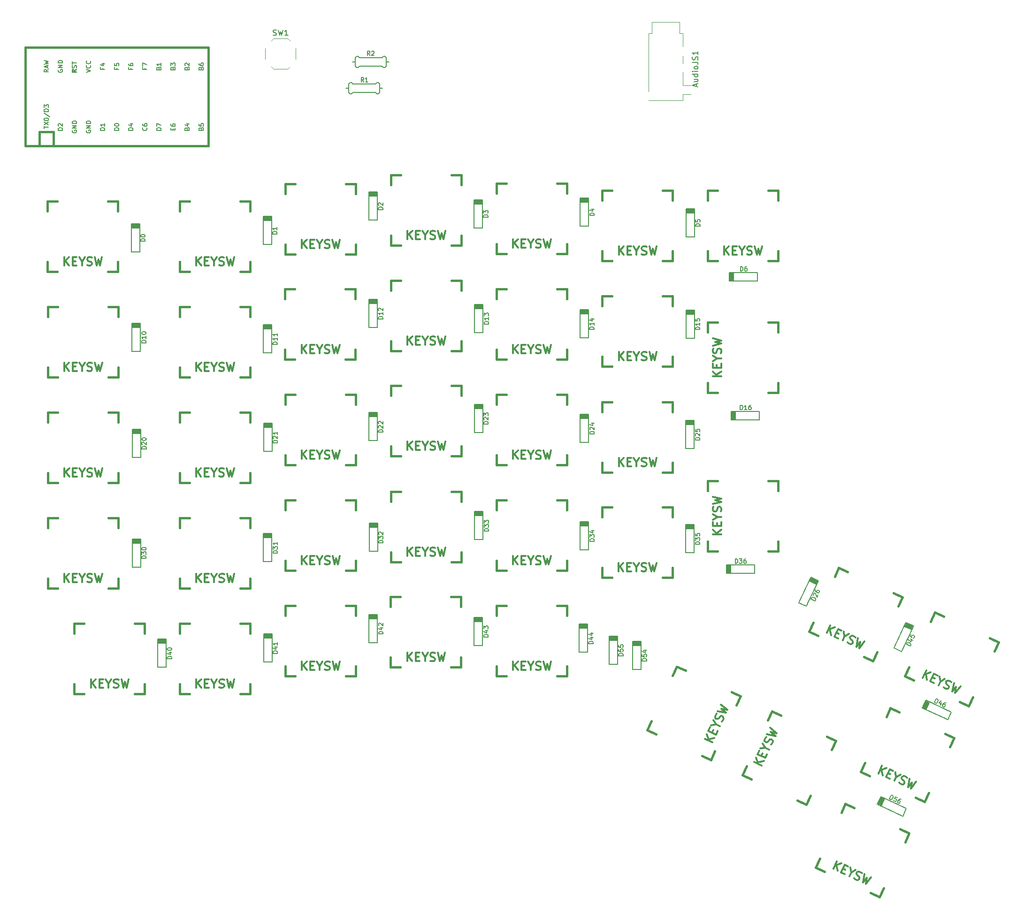
<source format=gto>
G04 #@! TF.GenerationSoftware,KiCad,Pcbnew,(5.0.2)-1*
G04 #@! TF.CreationDate,2019-01-20T13:42:40+05:30*
G04 #@! TF.ProjectId,ErgodoxBle,4572676f-646f-4784-926c-652e6b696361,rev?*
G04 #@! TF.SameCoordinates,Original*
G04 #@! TF.FileFunction,Legend,Top*
G04 #@! TF.FilePolarity,Positive*
%FSLAX46Y46*%
G04 Gerber Fmt 4.6, Leading zero omitted, Abs format (unit mm)*
G04 Created by KiCad (PCBNEW (5.0.2)-1) date 1/20/2019 1:42:40 PM*
%MOMM*%
%LPD*%
G01*
G04 APERTURE LIST*
%ADD10C,0.150000*%
%ADD11C,0.381000*%
%ADD12C,0.120000*%
%ADD13C,0.304800*%
G04 APERTURE END LIST*
D10*
G04 #@! TO.C,D0*
X43180000Y-55308500D02*
X43180000Y-50228500D01*
X43180000Y-50228500D02*
X41656000Y-50228500D01*
X41656000Y-50228500D02*
X41656000Y-55308500D01*
X41656000Y-55308500D02*
X43180000Y-55308500D01*
X43180000Y-55308500D02*
X43180000Y-54800500D01*
X43180000Y-50609500D02*
X41656000Y-50609500D01*
X41656000Y-50482500D02*
X43180000Y-50482500D01*
X43180000Y-50355500D02*
X41656000Y-50355500D01*
X41656000Y-50736500D02*
X43180000Y-50736500D01*
X43180000Y-50863500D02*
X41656000Y-50863500D01*
X43180000Y-50990500D02*
X41656000Y-50990500D01*
G04 #@! TO.C,D1*
X66979800Y-49682400D02*
X65455800Y-49682400D01*
X66979800Y-49555400D02*
X65455800Y-49555400D01*
X65455800Y-49428400D02*
X66979800Y-49428400D01*
X66979800Y-49047400D02*
X65455800Y-49047400D01*
X65455800Y-49174400D02*
X66979800Y-49174400D01*
X66979800Y-49301400D02*
X65455800Y-49301400D01*
X66979800Y-54000400D02*
X66979800Y-53492400D01*
X65455800Y-54000400D02*
X66979800Y-54000400D01*
X65455800Y-48920400D02*
X65455800Y-54000400D01*
X66979800Y-48920400D02*
X65455800Y-48920400D01*
X66979800Y-54000400D02*
X66979800Y-48920400D01*
G04 #@! TO.C,D2*
X86042500Y-49606200D02*
X86042500Y-44526200D01*
X86042500Y-44526200D02*
X84518500Y-44526200D01*
X84518500Y-44526200D02*
X84518500Y-49606200D01*
X84518500Y-49606200D02*
X86042500Y-49606200D01*
X86042500Y-49606200D02*
X86042500Y-49098200D01*
X86042500Y-44907200D02*
X84518500Y-44907200D01*
X84518500Y-44780200D02*
X86042500Y-44780200D01*
X86042500Y-44653200D02*
X84518500Y-44653200D01*
X84518500Y-45034200D02*
X86042500Y-45034200D01*
X86042500Y-45161200D02*
X84518500Y-45161200D01*
X86042500Y-45288200D02*
X84518500Y-45288200D01*
G04 #@! TO.C,D3*
X105016300Y-46659800D02*
X103492300Y-46659800D01*
X105016300Y-46532800D02*
X103492300Y-46532800D01*
X103492300Y-46405800D02*
X105016300Y-46405800D01*
X105016300Y-46024800D02*
X103492300Y-46024800D01*
X103492300Y-46151800D02*
X105016300Y-46151800D01*
X105016300Y-46278800D02*
X103492300Y-46278800D01*
X105016300Y-50977800D02*
X105016300Y-50469800D01*
X103492300Y-50977800D02*
X105016300Y-50977800D01*
X103492300Y-45897800D02*
X103492300Y-50977800D01*
X105016300Y-45897800D02*
X103492300Y-45897800D01*
X105016300Y-50977800D02*
X105016300Y-45897800D01*
G04 #@! TO.C,D4*
X124193300Y-50685700D02*
X124193300Y-45605700D01*
X124193300Y-45605700D02*
X122669300Y-45605700D01*
X122669300Y-45605700D02*
X122669300Y-50685700D01*
X122669300Y-50685700D02*
X124193300Y-50685700D01*
X124193300Y-50685700D02*
X124193300Y-50177700D01*
X124193300Y-45986700D02*
X122669300Y-45986700D01*
X122669300Y-45859700D02*
X124193300Y-45859700D01*
X124193300Y-45732700D02*
X122669300Y-45732700D01*
X122669300Y-46113700D02*
X124193300Y-46113700D01*
X124193300Y-46240700D02*
X122669300Y-46240700D01*
X124193300Y-46367700D02*
X122669300Y-46367700D01*
G04 #@! TO.C,D5*
X143281400Y-48285400D02*
X141757400Y-48285400D01*
X143281400Y-48158400D02*
X141757400Y-48158400D01*
X141757400Y-48031400D02*
X143281400Y-48031400D01*
X143281400Y-47650400D02*
X141757400Y-47650400D01*
X141757400Y-47777400D02*
X143281400Y-47777400D01*
X143281400Y-47904400D02*
X141757400Y-47904400D01*
X143281400Y-52603400D02*
X143281400Y-52095400D01*
X141757400Y-52603400D02*
X143281400Y-52603400D01*
X141757400Y-47523400D02*
X141757400Y-52603400D01*
X143281400Y-47523400D02*
X141757400Y-47523400D01*
X143281400Y-52603400D02*
X143281400Y-47523400D01*
G04 #@! TO.C,D6*
X154673300Y-59055000D02*
X149593300Y-59055000D01*
X149593300Y-59055000D02*
X149593300Y-60579000D01*
X149593300Y-60579000D02*
X154673300Y-60579000D01*
X154673300Y-60579000D02*
X154673300Y-59055000D01*
X154673300Y-59055000D02*
X154165300Y-59055000D01*
X149974300Y-59055000D02*
X149974300Y-60579000D01*
X149847300Y-60579000D02*
X149847300Y-59055000D01*
X149720300Y-59055000D02*
X149720300Y-60579000D01*
X150101300Y-60579000D02*
X150101300Y-59055000D01*
X150228300Y-59055000D02*
X150228300Y-60579000D01*
X150355300Y-59055000D02*
X150355300Y-60579000D01*
G04 #@! TO.C,D10*
X43332400Y-68948300D02*
X41808400Y-68948300D01*
X43332400Y-68821300D02*
X41808400Y-68821300D01*
X41808400Y-68694300D02*
X43332400Y-68694300D01*
X43332400Y-68313300D02*
X41808400Y-68313300D01*
X41808400Y-68440300D02*
X43332400Y-68440300D01*
X43332400Y-68567300D02*
X41808400Y-68567300D01*
X43332400Y-73266300D02*
X43332400Y-72758300D01*
X41808400Y-73266300D02*
X43332400Y-73266300D01*
X41808400Y-68186300D02*
X41808400Y-73266300D01*
X43332400Y-68186300D02*
X41808400Y-68186300D01*
X43332400Y-73266300D02*
X43332400Y-68186300D01*
G04 #@! TO.C,D11*
X67005200Y-73558400D02*
X67005200Y-68478400D01*
X67005200Y-68478400D02*
X65481200Y-68478400D01*
X65481200Y-68478400D02*
X65481200Y-73558400D01*
X65481200Y-73558400D02*
X67005200Y-73558400D01*
X67005200Y-73558400D02*
X67005200Y-73050400D01*
X67005200Y-68859400D02*
X65481200Y-68859400D01*
X65481200Y-68732400D02*
X67005200Y-68732400D01*
X67005200Y-68605400D02*
X65481200Y-68605400D01*
X65481200Y-68986400D02*
X67005200Y-68986400D01*
X67005200Y-69113400D02*
X65481200Y-69113400D01*
X67005200Y-69240400D02*
X65481200Y-69240400D01*
G04 #@! TO.C,D12*
X86055200Y-64655700D02*
X84531200Y-64655700D01*
X86055200Y-64528700D02*
X84531200Y-64528700D01*
X84531200Y-64401700D02*
X86055200Y-64401700D01*
X86055200Y-64020700D02*
X84531200Y-64020700D01*
X84531200Y-64147700D02*
X86055200Y-64147700D01*
X86055200Y-64274700D02*
X84531200Y-64274700D01*
X86055200Y-68973700D02*
X86055200Y-68465700D01*
X84531200Y-68973700D02*
X86055200Y-68973700D01*
X84531200Y-63893700D02*
X84531200Y-68973700D01*
X86055200Y-63893700D02*
X84531200Y-63893700D01*
X86055200Y-68973700D02*
X86055200Y-63893700D01*
G04 #@! TO.C,D13*
X105130600Y-69875400D02*
X105130600Y-64795400D01*
X105130600Y-64795400D02*
X103606600Y-64795400D01*
X103606600Y-64795400D02*
X103606600Y-69875400D01*
X103606600Y-69875400D02*
X105130600Y-69875400D01*
X105130600Y-69875400D02*
X105130600Y-69367400D01*
X105130600Y-65176400D02*
X103606600Y-65176400D01*
X103606600Y-65049400D02*
X105130600Y-65049400D01*
X105130600Y-64922400D02*
X103606600Y-64922400D01*
X103606600Y-65303400D02*
X105130600Y-65303400D01*
X105130600Y-65430400D02*
X103606600Y-65430400D01*
X105130600Y-65557400D02*
X103606600Y-65557400D01*
G04 #@! TO.C,D14*
X124142500Y-66535300D02*
X122618500Y-66535300D01*
X124142500Y-66408300D02*
X122618500Y-66408300D01*
X122618500Y-66281300D02*
X124142500Y-66281300D01*
X124142500Y-65900300D02*
X122618500Y-65900300D01*
X122618500Y-66027300D02*
X124142500Y-66027300D01*
X124142500Y-66154300D02*
X122618500Y-66154300D01*
X124142500Y-70853300D02*
X124142500Y-70345300D01*
X122618500Y-70853300D02*
X124142500Y-70853300D01*
X122618500Y-65773300D02*
X122618500Y-70853300D01*
X124142500Y-65773300D02*
X122618500Y-65773300D01*
X124142500Y-70853300D02*
X124142500Y-65773300D01*
G04 #@! TO.C,D15*
X143256000Y-70878700D02*
X143256000Y-65798700D01*
X143256000Y-65798700D02*
X141732000Y-65798700D01*
X141732000Y-65798700D02*
X141732000Y-70878700D01*
X141732000Y-70878700D02*
X143256000Y-70878700D01*
X143256000Y-70878700D02*
X143256000Y-70370700D01*
X143256000Y-66179700D02*
X141732000Y-66179700D01*
X141732000Y-66052700D02*
X143256000Y-66052700D01*
X143256000Y-65925700D02*
X141732000Y-65925700D01*
X141732000Y-66306700D02*
X143256000Y-66306700D01*
X143256000Y-66433700D02*
X141732000Y-66433700D01*
X143256000Y-66560700D02*
X141732000Y-66560700D01*
G04 #@! TO.C,D16*
X150698200Y-84074000D02*
X150698200Y-85598000D01*
X150571200Y-84074000D02*
X150571200Y-85598000D01*
X150444200Y-85598000D02*
X150444200Y-84074000D01*
X150063200Y-84074000D02*
X150063200Y-85598000D01*
X150190200Y-85598000D02*
X150190200Y-84074000D01*
X150317200Y-84074000D02*
X150317200Y-85598000D01*
X155016200Y-84074000D02*
X154508200Y-84074000D01*
X155016200Y-85598000D02*
X155016200Y-84074000D01*
X149936200Y-85598000D02*
X155016200Y-85598000D01*
X149936200Y-84074000D02*
X149936200Y-85598000D01*
X155016200Y-84074000D02*
X149936200Y-84074000D01*
G04 #@! TO.C,D20*
X43383200Y-92405200D02*
X43383200Y-87325200D01*
X43383200Y-87325200D02*
X41859200Y-87325200D01*
X41859200Y-87325200D02*
X41859200Y-92405200D01*
X41859200Y-92405200D02*
X43383200Y-92405200D01*
X43383200Y-92405200D02*
X43383200Y-91897200D01*
X43383200Y-87706200D02*
X41859200Y-87706200D01*
X41859200Y-87579200D02*
X43383200Y-87579200D01*
X43383200Y-87452200D02*
X41859200Y-87452200D01*
X41859200Y-87833200D02*
X43383200Y-87833200D01*
X43383200Y-87960200D02*
X41859200Y-87960200D01*
X43383200Y-88087200D02*
X41859200Y-88087200D01*
G04 #@! TO.C,D21*
X67068700Y-87007700D02*
X65544700Y-87007700D01*
X67068700Y-86880700D02*
X65544700Y-86880700D01*
X65544700Y-86753700D02*
X67068700Y-86753700D01*
X67068700Y-86372700D02*
X65544700Y-86372700D01*
X65544700Y-86499700D02*
X67068700Y-86499700D01*
X67068700Y-86626700D02*
X65544700Y-86626700D01*
X67068700Y-91325700D02*
X67068700Y-90817700D01*
X65544700Y-91325700D02*
X67068700Y-91325700D01*
X65544700Y-86245700D02*
X65544700Y-91325700D01*
X67068700Y-86245700D02*
X65544700Y-86245700D01*
X67068700Y-91325700D02*
X67068700Y-86245700D01*
G04 #@! TO.C,D22*
X86067900Y-89395300D02*
X86067900Y-84315300D01*
X86067900Y-84315300D02*
X84543900Y-84315300D01*
X84543900Y-84315300D02*
X84543900Y-89395300D01*
X84543900Y-89395300D02*
X86067900Y-89395300D01*
X86067900Y-89395300D02*
X86067900Y-88887300D01*
X86067900Y-84696300D02*
X84543900Y-84696300D01*
X84543900Y-84569300D02*
X86067900Y-84569300D01*
X86067900Y-84442300D02*
X84543900Y-84442300D01*
X84543900Y-84823300D02*
X86067900Y-84823300D01*
X86067900Y-84950300D02*
X84543900Y-84950300D01*
X86067900Y-85077300D02*
X84543900Y-85077300D01*
G04 #@! TO.C,D23*
X105079800Y-83604100D02*
X103555800Y-83604100D01*
X105079800Y-83477100D02*
X103555800Y-83477100D01*
X103555800Y-83350100D02*
X105079800Y-83350100D01*
X105079800Y-82969100D02*
X103555800Y-82969100D01*
X103555800Y-83096100D02*
X105079800Y-83096100D01*
X105079800Y-83223100D02*
X103555800Y-83223100D01*
X105079800Y-87922100D02*
X105079800Y-87414100D01*
X103555800Y-87922100D02*
X105079800Y-87922100D01*
X103555800Y-82842100D02*
X103555800Y-87922100D01*
X105079800Y-82842100D02*
X103555800Y-82842100D01*
X105079800Y-87922100D02*
X105079800Y-82842100D01*
G04 #@! TO.C,D24*
X124193300Y-85394800D02*
X122669300Y-85394800D01*
X124193300Y-85267800D02*
X122669300Y-85267800D01*
X122669300Y-85140800D02*
X124193300Y-85140800D01*
X124193300Y-84759800D02*
X122669300Y-84759800D01*
X122669300Y-84886800D02*
X124193300Y-84886800D01*
X124193300Y-85013800D02*
X122669300Y-85013800D01*
X124193300Y-89712800D02*
X124193300Y-89204800D01*
X122669300Y-89712800D02*
X124193300Y-89712800D01*
X122669300Y-84632800D02*
X122669300Y-89712800D01*
X124193300Y-84632800D02*
X122669300Y-84632800D01*
X124193300Y-89712800D02*
X124193300Y-84632800D01*
G04 #@! TO.C,D25*
X143230600Y-86499700D02*
X141706600Y-86499700D01*
X143230600Y-86372700D02*
X141706600Y-86372700D01*
X141706600Y-86245700D02*
X143230600Y-86245700D01*
X143230600Y-85864700D02*
X141706600Y-85864700D01*
X141706600Y-85991700D02*
X143230600Y-85991700D01*
X143230600Y-86118700D02*
X141706600Y-86118700D01*
X143230600Y-90817700D02*
X143230600Y-90309700D01*
X141706600Y-90817700D02*
X143230600Y-90817700D01*
X141706600Y-85737700D02*
X141706600Y-90817700D01*
X143230600Y-85737700D02*
X141706600Y-85737700D01*
X143230600Y-90817700D02*
X143230600Y-85737700D01*
G04 #@! TO.C,D26*
X163490490Y-119272388D02*
X165637391Y-114668344D01*
X165637391Y-114668344D02*
X164256178Y-114024274D01*
X164256178Y-114024274D02*
X162109277Y-118628318D01*
X162109277Y-118628318D02*
X163490490Y-119272388D01*
X163490490Y-119272388D02*
X163705180Y-118811984D01*
X165476373Y-115013648D02*
X164095160Y-114369577D01*
X164148833Y-114254476D02*
X165530046Y-114898547D01*
X165583718Y-114783445D02*
X164202505Y-114139375D01*
X164041488Y-114484678D02*
X165422701Y-115128749D01*
X165369028Y-115243850D02*
X163987815Y-114599780D01*
X165315356Y-115358951D02*
X163934143Y-114714881D01*
G04 #@! TO.C,D30*
X43357800Y-107873800D02*
X41833800Y-107873800D01*
X43357800Y-107746800D02*
X41833800Y-107746800D01*
X41833800Y-107619800D02*
X43357800Y-107619800D01*
X43357800Y-107238800D02*
X41833800Y-107238800D01*
X41833800Y-107365800D02*
X43357800Y-107365800D01*
X43357800Y-107492800D02*
X41833800Y-107492800D01*
X43357800Y-112191800D02*
X43357800Y-111683800D01*
X41833800Y-112191800D02*
X43357800Y-112191800D01*
X41833800Y-107111800D02*
X41833800Y-112191800D01*
X43357800Y-107111800D02*
X41833800Y-107111800D01*
X43357800Y-112191800D02*
X43357800Y-107111800D01*
G04 #@! TO.C,D31*
X67043300Y-111239300D02*
X67043300Y-106159300D01*
X67043300Y-106159300D02*
X65519300Y-106159300D01*
X65519300Y-106159300D02*
X65519300Y-111239300D01*
X65519300Y-111239300D02*
X67043300Y-111239300D01*
X67043300Y-111239300D02*
X67043300Y-110731300D01*
X67043300Y-106540300D02*
X65519300Y-106540300D01*
X65519300Y-106413300D02*
X67043300Y-106413300D01*
X67043300Y-106286300D02*
X65519300Y-106286300D01*
X65519300Y-106667300D02*
X67043300Y-106667300D01*
X67043300Y-106794300D02*
X65519300Y-106794300D01*
X67043300Y-106921300D02*
X65519300Y-106921300D01*
G04 #@! TO.C,D32*
X86106000Y-105054400D02*
X84582000Y-105054400D01*
X86106000Y-104927400D02*
X84582000Y-104927400D01*
X84582000Y-104800400D02*
X86106000Y-104800400D01*
X86106000Y-104419400D02*
X84582000Y-104419400D01*
X84582000Y-104546400D02*
X86106000Y-104546400D01*
X86106000Y-104673400D02*
X84582000Y-104673400D01*
X86106000Y-109372400D02*
X86106000Y-108864400D01*
X84582000Y-109372400D02*
X86106000Y-109372400D01*
X84582000Y-104292400D02*
X84582000Y-109372400D01*
X86106000Y-104292400D02*
X84582000Y-104292400D01*
X86106000Y-109372400D02*
X86106000Y-104292400D01*
G04 #@! TO.C,D33*
X105143300Y-107251500D02*
X105143300Y-102171500D01*
X105143300Y-102171500D02*
X103619300Y-102171500D01*
X103619300Y-102171500D02*
X103619300Y-107251500D01*
X103619300Y-107251500D02*
X105143300Y-107251500D01*
X105143300Y-107251500D02*
X105143300Y-106743500D01*
X105143300Y-102552500D02*
X103619300Y-102552500D01*
X103619300Y-102425500D02*
X105143300Y-102425500D01*
X105143300Y-102298500D02*
X103619300Y-102298500D01*
X103619300Y-102679500D02*
X105143300Y-102679500D01*
X105143300Y-102806500D02*
X103619300Y-102806500D01*
X105143300Y-102933500D02*
X103619300Y-102933500D01*
G04 #@! TO.C,D34*
X124180600Y-104762300D02*
X122656600Y-104762300D01*
X124180600Y-104635300D02*
X122656600Y-104635300D01*
X122656600Y-104508300D02*
X124180600Y-104508300D01*
X124180600Y-104127300D02*
X122656600Y-104127300D01*
X122656600Y-104254300D02*
X124180600Y-104254300D01*
X124180600Y-104381300D02*
X122656600Y-104381300D01*
X124180600Y-109080300D02*
X124180600Y-108572300D01*
X122656600Y-109080300D02*
X124180600Y-109080300D01*
X122656600Y-104000300D02*
X122656600Y-109080300D01*
X124180600Y-104000300D02*
X122656600Y-104000300D01*
X124180600Y-109080300D02*
X124180600Y-104000300D01*
G04 #@! TO.C,D35*
X143230600Y-109626400D02*
X143230600Y-104546400D01*
X143230600Y-104546400D02*
X141706600Y-104546400D01*
X141706600Y-104546400D02*
X141706600Y-109626400D01*
X141706600Y-109626400D02*
X143230600Y-109626400D01*
X143230600Y-109626400D02*
X143230600Y-109118400D01*
X143230600Y-104927400D02*
X141706600Y-104927400D01*
X141706600Y-104800400D02*
X143230600Y-104800400D01*
X143230600Y-104673400D02*
X141706600Y-104673400D01*
X141706600Y-105054400D02*
X143230600Y-105054400D01*
X143230600Y-105181400D02*
X141706600Y-105181400D01*
X143230600Y-105308400D02*
X141706600Y-105308400D01*
G04 #@! TO.C,D36*
X149821900Y-111798100D02*
X149821900Y-113322100D01*
X149694900Y-111798100D02*
X149694900Y-113322100D01*
X149567900Y-113322100D02*
X149567900Y-111798100D01*
X149186900Y-111798100D02*
X149186900Y-113322100D01*
X149313900Y-113322100D02*
X149313900Y-111798100D01*
X149440900Y-111798100D02*
X149440900Y-113322100D01*
X154139900Y-111798100D02*
X153631900Y-111798100D01*
X154139900Y-113322100D02*
X154139900Y-111798100D01*
X149059900Y-113322100D02*
X154139900Y-113322100D01*
X149059900Y-111798100D02*
X149059900Y-113322100D01*
X154139900Y-111798100D02*
X149059900Y-111798100D01*
G04 #@! TO.C,D40*
X47967900Y-130276600D02*
X47967900Y-125196600D01*
X47967900Y-125196600D02*
X46443900Y-125196600D01*
X46443900Y-125196600D02*
X46443900Y-130276600D01*
X46443900Y-130276600D02*
X47967900Y-130276600D01*
X47967900Y-130276600D02*
X47967900Y-129768600D01*
X47967900Y-125577600D02*
X46443900Y-125577600D01*
X46443900Y-125450600D02*
X47967900Y-125450600D01*
X47967900Y-125323600D02*
X46443900Y-125323600D01*
X46443900Y-125704600D02*
X47967900Y-125704600D01*
X47967900Y-125831600D02*
X46443900Y-125831600D01*
X47967900Y-125958600D02*
X46443900Y-125958600D01*
G04 #@! TO.C,D41*
X67056000Y-124993400D02*
X65532000Y-124993400D01*
X67056000Y-124866400D02*
X65532000Y-124866400D01*
X65532000Y-124739400D02*
X67056000Y-124739400D01*
X67056000Y-124358400D02*
X65532000Y-124358400D01*
X65532000Y-124485400D02*
X67056000Y-124485400D01*
X67056000Y-124612400D02*
X65532000Y-124612400D01*
X67056000Y-129311400D02*
X67056000Y-128803400D01*
X65532000Y-129311400D02*
X67056000Y-129311400D01*
X65532000Y-124231400D02*
X65532000Y-129311400D01*
X67056000Y-124231400D02*
X65532000Y-124231400D01*
X67056000Y-129311400D02*
X67056000Y-124231400D01*
G04 #@! TO.C,D42*
X86080600Y-125828600D02*
X86080600Y-120748600D01*
X86080600Y-120748600D02*
X84556600Y-120748600D01*
X84556600Y-120748600D02*
X84556600Y-125828600D01*
X84556600Y-125828600D02*
X86080600Y-125828600D01*
X86080600Y-125828600D02*
X86080600Y-125320600D01*
X86080600Y-121129600D02*
X84556600Y-121129600D01*
X84556600Y-121002600D02*
X86080600Y-121002600D01*
X86080600Y-120875600D02*
X84556600Y-120875600D01*
X84556600Y-121256600D02*
X86080600Y-121256600D01*
X86080600Y-121383600D02*
X84556600Y-121383600D01*
X86080600Y-121510600D02*
X84556600Y-121510600D01*
G04 #@! TO.C,D43*
X105041700Y-122034300D02*
X103517700Y-122034300D01*
X105041700Y-121907300D02*
X103517700Y-121907300D01*
X103517700Y-121780300D02*
X105041700Y-121780300D01*
X105041700Y-121399300D02*
X103517700Y-121399300D01*
X103517700Y-121526300D02*
X105041700Y-121526300D01*
X105041700Y-121653300D02*
X103517700Y-121653300D01*
X105041700Y-126352300D02*
X105041700Y-125844300D01*
X103517700Y-126352300D02*
X105041700Y-126352300D01*
X103517700Y-121272300D02*
X103517700Y-126352300D01*
X105041700Y-121272300D02*
X103517700Y-121272300D01*
X105041700Y-126352300D02*
X105041700Y-121272300D01*
G04 #@! TO.C,D44*
X124002800Y-127571500D02*
X124002800Y-122491500D01*
X124002800Y-122491500D02*
X122478800Y-122491500D01*
X122478800Y-122491500D02*
X122478800Y-127571500D01*
X122478800Y-127571500D02*
X124002800Y-127571500D01*
X124002800Y-127571500D02*
X124002800Y-127063500D01*
X124002800Y-122872500D02*
X122478800Y-122872500D01*
X122478800Y-122745500D02*
X124002800Y-122745500D01*
X124002800Y-122618500D02*
X122478800Y-122618500D01*
X122478800Y-122999500D02*
X124002800Y-122999500D01*
X124002800Y-123126500D02*
X122478800Y-123126500D01*
X124002800Y-123253500D02*
X122478800Y-123253500D01*
G04 #@! TO.C,D45*
X182473056Y-123512351D02*
X181091843Y-122868281D01*
X182526728Y-123397250D02*
X181145515Y-122753180D01*
X181199188Y-122638078D02*
X182580401Y-123282149D01*
X182741418Y-122936845D02*
X181360205Y-122292775D01*
X181306533Y-122407876D02*
X182687746Y-123051947D01*
X182634073Y-123167048D02*
X181252860Y-122522977D01*
X180648190Y-127425788D02*
X180862880Y-126965384D01*
X179266977Y-126781718D02*
X180648190Y-127425788D01*
X181413878Y-122177674D02*
X179266977Y-126781718D01*
X182795091Y-122821744D02*
X181413878Y-122177674D01*
X180648190Y-127425788D02*
X182795091Y-122821744D01*
G04 #@! TO.C,D46*
X189631557Y-138368344D02*
X185027513Y-136221443D01*
X185027513Y-136221443D02*
X184383443Y-137602656D01*
X184383443Y-137602656D02*
X188987487Y-139749557D01*
X188987487Y-139749557D02*
X189631557Y-138368344D01*
X189631557Y-138368344D02*
X189171153Y-138153654D01*
X185372817Y-136382461D02*
X184728746Y-137763674D01*
X184613645Y-137710001D02*
X185257716Y-136328788D01*
X185142614Y-136275116D02*
X184498544Y-137656329D01*
X184843847Y-137817346D02*
X185487918Y-136436133D01*
X185603019Y-136489806D02*
X184958949Y-137871019D01*
X185718120Y-136543478D02*
X185074050Y-137924691D01*
D11*
G04 #@! TO.C,MCU1*
X25120600Y-36195000D02*
X55600600Y-36195000D01*
X55600600Y-36195000D02*
X55600600Y-18415000D01*
X55600600Y-18415000D02*
X25120600Y-18415000D01*
X25120600Y-33655000D02*
X27660600Y-33655000D01*
X27660600Y-33655000D02*
X27660600Y-36195000D01*
D10*
G36*
X30999960Y-22373432D02*
X31299960Y-22373432D01*
X31299960Y-22473432D01*
X30999960Y-22473432D01*
X30999960Y-22373432D01*
G37*
X30999960Y-22373432D02*
X31299960Y-22373432D01*
X31299960Y-22473432D01*
X30999960Y-22473432D01*
X30999960Y-22373432D01*
G36*
X31399960Y-22573432D02*
X31499960Y-22573432D01*
X31499960Y-22673432D01*
X31399960Y-22673432D01*
X31399960Y-22573432D01*
G37*
X31399960Y-22573432D02*
X31499960Y-22573432D01*
X31499960Y-22673432D01*
X31399960Y-22673432D01*
X31399960Y-22573432D01*
G36*
X30999960Y-22373432D02*
X31099960Y-22373432D01*
X31099960Y-22873432D01*
X30999960Y-22873432D01*
X30999960Y-22373432D01*
G37*
X30999960Y-22373432D02*
X31099960Y-22373432D01*
X31099960Y-22873432D01*
X30999960Y-22873432D01*
X30999960Y-22373432D01*
G36*
X30999960Y-22773432D02*
X31799960Y-22773432D01*
X31799960Y-22873432D01*
X30999960Y-22873432D01*
X30999960Y-22773432D01*
G37*
X30999960Y-22773432D02*
X31799960Y-22773432D01*
X31799960Y-22873432D01*
X30999960Y-22873432D01*
X30999960Y-22773432D01*
G36*
X31599960Y-22373432D02*
X31799960Y-22373432D01*
X31799960Y-22473432D01*
X31599960Y-22473432D01*
X31599960Y-22373432D01*
G37*
X31599960Y-22373432D02*
X31799960Y-22373432D01*
X31799960Y-22473432D01*
X31599960Y-22473432D01*
X31599960Y-22373432D01*
D11*
X25120600Y-18415000D02*
X22580600Y-18415000D01*
X22580600Y-18415000D02*
X22580600Y-36195000D01*
X22580600Y-36195000D02*
X25120600Y-36195000D01*
X25120600Y-33655000D02*
X25120600Y-36195000D01*
D10*
G04 #@! TO.C,D54*
X133642100Y-130670300D02*
X133642100Y-125590300D01*
X133642100Y-125590300D02*
X132118100Y-125590300D01*
X132118100Y-125590300D02*
X132118100Y-130670300D01*
X132118100Y-130670300D02*
X133642100Y-130670300D01*
X133642100Y-130670300D02*
X133642100Y-130162300D01*
X133642100Y-125971300D02*
X132118100Y-125971300D01*
X132118100Y-125844300D02*
X133642100Y-125844300D01*
X133642100Y-125717300D02*
X132118100Y-125717300D01*
X132118100Y-126098300D02*
X133642100Y-126098300D01*
X133642100Y-126225300D02*
X132118100Y-126225300D01*
X133642100Y-126352300D02*
X132118100Y-126352300D01*
G04 #@! TO.C,D55*
X129413000Y-125425200D02*
X127889000Y-125425200D01*
X129413000Y-125298200D02*
X127889000Y-125298200D01*
X127889000Y-125171200D02*
X129413000Y-125171200D01*
X129413000Y-124790200D02*
X127889000Y-124790200D01*
X127889000Y-124917200D02*
X129413000Y-124917200D01*
X129413000Y-125044200D02*
X127889000Y-125044200D01*
X129413000Y-129743200D02*
X129413000Y-129235200D01*
X127889000Y-129743200D02*
X129413000Y-129743200D01*
X127889000Y-124663200D02*
X127889000Y-129743200D01*
X129413000Y-124663200D02*
X127889000Y-124663200D01*
X129413000Y-129743200D02*
X129413000Y-124663200D01*
G04 #@! TO.C,D56*
X177602820Y-153955178D02*
X176958750Y-155336391D01*
X177487719Y-153901506D02*
X176843649Y-155282719D01*
X176728547Y-155229046D02*
X177372618Y-153847833D01*
X177027314Y-153686816D02*
X176383244Y-155068029D01*
X176498345Y-155121701D02*
X177142416Y-153740488D01*
X177257517Y-153794161D02*
X176613446Y-155175374D01*
X181516257Y-155780044D02*
X181055853Y-155565354D01*
X180872187Y-157161257D02*
X181516257Y-155780044D01*
X176268143Y-155014356D02*
X180872187Y-157161257D01*
X176912213Y-153633143D02*
X176268143Y-155014356D01*
X181516257Y-155780044D02*
X176912213Y-153633143D01*
G04 #@! TO.C,R1*
X86512400Y-26543000D02*
X86258400Y-26797000D01*
X86258400Y-26797000D02*
X86004400Y-26797000D01*
X86004400Y-26797000D02*
X85750400Y-26543000D01*
X85750400Y-26543000D02*
X81686400Y-26543000D01*
X81686400Y-26543000D02*
X81432400Y-26797000D01*
X81432400Y-26797000D02*
X81178400Y-26797000D01*
X81178400Y-26797000D02*
X80924400Y-26543000D01*
X80924400Y-26543000D02*
X80924400Y-25019000D01*
X80924400Y-25019000D02*
X81178400Y-24765000D01*
X81178400Y-24765000D02*
X81432400Y-24765000D01*
X81432400Y-24765000D02*
X81686400Y-25019000D01*
X81686400Y-25019000D02*
X85750400Y-25019000D01*
X85750400Y-25019000D02*
X86004400Y-24765000D01*
X86004400Y-24765000D02*
X86258400Y-24765000D01*
X86258400Y-24765000D02*
X86512400Y-25019000D01*
X86512400Y-25019000D02*
X86512400Y-26543000D01*
X87020400Y-25781000D02*
X86512400Y-25781000D01*
X80924400Y-25781000D02*
X80416400Y-25781000D01*
G04 #@! TO.C,R2*
X82042000Y-21018500D02*
X81534000Y-21018500D01*
X88138000Y-21018500D02*
X87630000Y-21018500D01*
X87630000Y-20256500D02*
X87630000Y-21780500D01*
X87376000Y-20002500D02*
X87630000Y-20256500D01*
X87122000Y-20002500D02*
X87376000Y-20002500D01*
X86868000Y-20256500D02*
X87122000Y-20002500D01*
X82804000Y-20256500D02*
X86868000Y-20256500D01*
X82550000Y-20002500D02*
X82804000Y-20256500D01*
X82296000Y-20002500D02*
X82550000Y-20002500D01*
X82042000Y-20256500D02*
X82296000Y-20002500D01*
X82042000Y-21780500D02*
X82042000Y-20256500D01*
X82296000Y-22034500D02*
X82042000Y-21780500D01*
X82550000Y-22034500D02*
X82296000Y-22034500D01*
X82804000Y-21780500D02*
X82550000Y-22034500D01*
X86868000Y-21780500D02*
X82804000Y-21780500D01*
X87122000Y-22034500D02*
X86868000Y-21780500D01*
X87376000Y-22034500D02*
X87122000Y-22034500D01*
X87630000Y-21780500D02*
X87376000Y-22034500D01*
D12*
G04 #@! TO.C,AudioJS1*
X135612500Y-15875400D02*
X135612500Y-13875400D01*
X140612500Y-15875400D02*
X140612500Y-13875400D01*
X140612500Y-13875400D02*
X135612500Y-13875400D01*
X135612500Y-15875400D02*
X135012500Y-15875400D01*
X141212500Y-15875400D02*
X140612500Y-15875400D01*
X135012500Y-27975400D02*
X141212500Y-27975400D01*
X141212500Y-15875400D02*
X141212500Y-18250400D01*
X141212500Y-19900400D02*
X141212500Y-21250400D01*
X141212500Y-22900400D02*
X141212500Y-25300400D01*
X141212500Y-26850400D02*
X141212500Y-27975400D01*
X135012500Y-26400400D02*
X135012500Y-15875400D01*
X141212500Y-26850400D02*
X142612500Y-26850400D01*
X141212500Y-25300400D02*
X142612500Y-25300400D01*
G04 #@! TO.C,SW1*
X66918100Y-21845300D02*
X67368100Y-22295300D01*
X70318100Y-21845300D02*
X69868100Y-22295300D01*
X70318100Y-17245300D02*
X69868100Y-16795300D01*
X66918100Y-17245300D02*
X67368100Y-16795300D01*
X71368100Y-18545300D02*
X71368100Y-20545300D01*
X67368100Y-22295300D02*
X69868100Y-22295300D01*
X65868100Y-18545300D02*
X65868100Y-20545300D01*
X67368100Y-16795300D02*
X69868100Y-16795300D01*
D11*
G04 #@! TO.C,K0*
X37490400Y-58879740D02*
X39268400Y-58879740D01*
X26568400Y-46179740D02*
X28346400Y-46179740D01*
X37490400Y-46179740D02*
X39268400Y-46179740D01*
X39268400Y-46179740D02*
X39268400Y-47957740D01*
X39268400Y-57101740D02*
X39268400Y-58879740D01*
X39268400Y-58879740D02*
X37490400Y-58879740D01*
X28346400Y-58879740D02*
X26568400Y-58879740D01*
X26568400Y-58879740D02*
X26568400Y-57101740D01*
X26568400Y-47957740D02*
X26568400Y-46179740D01*
G04 #@! TO.C,K1*
X50393600Y-47942500D02*
X50393600Y-46164500D01*
X50393600Y-58864500D02*
X50393600Y-57086500D01*
X52171600Y-58864500D02*
X50393600Y-58864500D01*
X63093600Y-58864500D02*
X61315600Y-58864500D01*
X63093600Y-57086500D02*
X63093600Y-58864500D01*
X63093600Y-46164500D02*
X63093600Y-47942500D01*
X61315600Y-46164500D02*
X63093600Y-46164500D01*
X50393600Y-46164500D02*
X52171600Y-46164500D01*
X61315600Y-58864500D02*
X63093600Y-58864500D01*
G04 #@! TO.C,K2*
X80365600Y-55740300D02*
X82143600Y-55740300D01*
X69443600Y-43040300D02*
X71221600Y-43040300D01*
X80365600Y-43040300D02*
X82143600Y-43040300D01*
X82143600Y-43040300D02*
X82143600Y-44818300D01*
X82143600Y-53962300D02*
X82143600Y-55740300D01*
X82143600Y-55740300D02*
X80365600Y-55740300D01*
X71221600Y-55740300D02*
X69443600Y-55740300D01*
X69443600Y-55740300D02*
X69443600Y-53962300D01*
X69443600Y-44818300D02*
X69443600Y-43040300D01*
G04 #@! TO.C,K3*
X99415600Y-54102000D02*
X101193600Y-54102000D01*
X88493600Y-41402000D02*
X90271600Y-41402000D01*
X99415600Y-41402000D02*
X101193600Y-41402000D01*
X101193600Y-41402000D02*
X101193600Y-43180000D01*
X101193600Y-52324000D02*
X101193600Y-54102000D01*
X101193600Y-54102000D02*
X99415600Y-54102000D01*
X90271600Y-54102000D02*
X88493600Y-54102000D01*
X88493600Y-54102000D02*
X88493600Y-52324000D01*
X88493600Y-43180000D02*
X88493600Y-41402000D01*
G04 #@! TO.C,K4*
X107543600Y-44729400D02*
X107543600Y-42951400D01*
X107543600Y-55651400D02*
X107543600Y-53873400D01*
X109321600Y-55651400D02*
X107543600Y-55651400D01*
X120243600Y-55651400D02*
X118465600Y-55651400D01*
X120243600Y-53873400D02*
X120243600Y-55651400D01*
X120243600Y-42951400D02*
X120243600Y-44729400D01*
X118465600Y-42951400D02*
X120243600Y-42951400D01*
X107543600Y-42951400D02*
X109321600Y-42951400D01*
X118465600Y-55651400D02*
X120243600Y-55651400D01*
G04 #@! TO.C,K5*
X137541000Y-56946800D02*
X139319000Y-56946800D01*
X126619000Y-44246800D02*
X128397000Y-44246800D01*
X137541000Y-44246800D02*
X139319000Y-44246800D01*
X139319000Y-44246800D02*
X139319000Y-46024800D01*
X139319000Y-55168800D02*
X139319000Y-56946800D01*
X139319000Y-56946800D02*
X137541000Y-56946800D01*
X128397000Y-56946800D02*
X126619000Y-56946800D01*
X126619000Y-56946800D02*
X126619000Y-55168800D01*
X126619000Y-46024800D02*
X126619000Y-44246800D01*
G04 #@! TO.C,K6*
X145633440Y-46004480D02*
X145633440Y-44226480D01*
X145633440Y-56926480D02*
X145633440Y-55148480D01*
X147411440Y-56926480D02*
X145633440Y-56926480D01*
X158333440Y-56926480D02*
X156555440Y-56926480D01*
X158333440Y-55148480D02*
X158333440Y-56926480D01*
X158333440Y-44226480D02*
X158333440Y-46004480D01*
X156555440Y-44226480D02*
X158333440Y-44226480D01*
X145633440Y-44226480D02*
X147411440Y-44226480D01*
X156555440Y-56926480D02*
X158333440Y-56926480D01*
G04 #@! TO.C,K10*
X37510720Y-77904340D02*
X39288720Y-77904340D01*
X26588720Y-65204340D02*
X28366720Y-65204340D01*
X37510720Y-65204340D02*
X39288720Y-65204340D01*
X39288720Y-65204340D02*
X39288720Y-66982340D01*
X39288720Y-76126340D02*
X39288720Y-77904340D01*
X39288720Y-77904340D02*
X37510720Y-77904340D01*
X28366720Y-77904340D02*
X26588720Y-77904340D01*
X26588720Y-77904340D02*
X26588720Y-76126340D01*
X26588720Y-66982340D02*
X26588720Y-65204340D01*
G04 #@! TO.C,K11*
X50393600Y-67007740D02*
X50393600Y-65229740D01*
X50393600Y-77929740D02*
X50393600Y-76151740D01*
X52171600Y-77929740D02*
X50393600Y-77929740D01*
X63093600Y-77929740D02*
X61315600Y-77929740D01*
X63093600Y-76151740D02*
X63093600Y-77929740D01*
X63093600Y-65229740D02*
X63093600Y-67007740D01*
X61315600Y-65229740D02*
X63093600Y-65229740D01*
X50393600Y-65229740D02*
X52171600Y-65229740D01*
X61315600Y-77929740D02*
X63093600Y-77929740D01*
G04 #@! TO.C,K12*
X69418200Y-63804800D02*
X69418200Y-62026800D01*
X69418200Y-74726800D02*
X69418200Y-72948800D01*
X71196200Y-74726800D02*
X69418200Y-74726800D01*
X82118200Y-74726800D02*
X80340200Y-74726800D01*
X82118200Y-72948800D02*
X82118200Y-74726800D01*
X82118200Y-62026800D02*
X82118200Y-63804800D01*
X80340200Y-62026800D02*
X82118200Y-62026800D01*
X69418200Y-62026800D02*
X71196200Y-62026800D01*
X80340200Y-74726800D02*
X82118200Y-74726800D01*
G04 #@! TO.C,K13*
X99415600Y-73152000D02*
X101193600Y-73152000D01*
X88493600Y-60452000D02*
X90271600Y-60452000D01*
X99415600Y-60452000D02*
X101193600Y-60452000D01*
X101193600Y-60452000D02*
X101193600Y-62230000D01*
X101193600Y-71374000D02*
X101193600Y-73152000D01*
X101193600Y-73152000D02*
X99415600Y-73152000D01*
X90271600Y-73152000D02*
X88493600Y-73152000D01*
X88493600Y-73152000D02*
X88493600Y-71374000D01*
X88493600Y-62230000D02*
X88493600Y-60452000D01*
G04 #@! TO.C,K14*
X118465600Y-74726800D02*
X120243600Y-74726800D01*
X107543600Y-62026800D02*
X109321600Y-62026800D01*
X118465600Y-62026800D02*
X120243600Y-62026800D01*
X120243600Y-62026800D02*
X120243600Y-63804800D01*
X120243600Y-72948800D02*
X120243600Y-74726800D01*
X120243600Y-74726800D02*
X118465600Y-74726800D01*
X109321600Y-74726800D02*
X107543600Y-74726800D01*
X107543600Y-74726800D02*
X107543600Y-72948800D01*
X107543600Y-63804800D02*
X107543600Y-62026800D01*
G04 #@! TO.C,K15*
X126619000Y-65074800D02*
X126619000Y-63296800D01*
X126619000Y-75996800D02*
X126619000Y-74218800D01*
X128397000Y-75996800D02*
X126619000Y-75996800D01*
X139319000Y-75996800D02*
X137541000Y-75996800D01*
X139319000Y-74218800D02*
X139319000Y-75996800D01*
X139319000Y-63296800D02*
X139319000Y-65074800D01*
X137541000Y-63296800D02*
X139319000Y-63296800D01*
X126619000Y-63296800D02*
X128397000Y-63296800D01*
X137541000Y-75996800D02*
X139319000Y-75996800D01*
G04 #@! TO.C,K16*
X145633440Y-78986380D02*
X145633440Y-80764380D01*
X158333440Y-68064380D02*
X158333440Y-69842380D01*
X158333440Y-78986380D02*
X158333440Y-80764380D01*
X158333440Y-80764380D02*
X156555440Y-80764380D01*
X147411440Y-80764380D02*
X145633440Y-80764380D01*
X145633440Y-80764380D02*
X145633440Y-78986380D01*
X145633440Y-69842380D02*
X145633440Y-68064380D01*
X145633440Y-68064380D02*
X147411440Y-68064380D01*
X156555440Y-68064380D02*
X158333440Y-68064380D01*
G04 #@! TO.C,K20*
X26601420Y-86050120D02*
X26601420Y-84272120D01*
X26601420Y-96972120D02*
X26601420Y-95194120D01*
X28379420Y-96972120D02*
X26601420Y-96972120D01*
X39301420Y-96972120D02*
X37523420Y-96972120D01*
X39301420Y-95194120D02*
X39301420Y-96972120D01*
X39301420Y-84272120D02*
X39301420Y-86050120D01*
X37523420Y-84272120D02*
X39301420Y-84272120D01*
X26601420Y-84272120D02*
X28379420Y-84272120D01*
X37523420Y-96972120D02*
X39301420Y-96972120D01*
G04 #@! TO.C,K21*
X61307980Y-96944180D02*
X63085980Y-96944180D01*
X50385980Y-84244180D02*
X52163980Y-84244180D01*
X61307980Y-84244180D02*
X63085980Y-84244180D01*
X63085980Y-84244180D02*
X63085980Y-86022180D01*
X63085980Y-95166180D02*
X63085980Y-96944180D01*
X63085980Y-96944180D02*
X61307980Y-96944180D01*
X52163980Y-96944180D02*
X50385980Y-96944180D01*
X50385980Y-96944180D02*
X50385980Y-95166180D01*
X50385980Y-86022180D02*
X50385980Y-84244180D01*
G04 #@! TO.C,K22*
X69430900Y-82839560D02*
X69430900Y-81061560D01*
X69430900Y-93761560D02*
X69430900Y-91983560D01*
X71208900Y-93761560D02*
X69430900Y-93761560D01*
X82130900Y-93761560D02*
X80352900Y-93761560D01*
X82130900Y-91983560D02*
X82130900Y-93761560D01*
X82130900Y-81061560D02*
X82130900Y-82839560D01*
X80352900Y-81061560D02*
X82130900Y-81061560D01*
X69430900Y-81061560D02*
X71208900Y-81061560D01*
X80352900Y-93761560D02*
X82130900Y-93761560D01*
G04 #@! TO.C,K23*
X99420680Y-92153740D02*
X101198680Y-92153740D01*
X88498680Y-79453740D02*
X90276680Y-79453740D01*
X99420680Y-79453740D02*
X101198680Y-79453740D01*
X101198680Y-79453740D02*
X101198680Y-81231740D01*
X101198680Y-90375740D02*
X101198680Y-92153740D01*
X101198680Y-92153740D02*
X99420680Y-92153740D01*
X90276680Y-92153740D02*
X88498680Y-92153740D01*
X88498680Y-92153740D02*
X88498680Y-90375740D01*
X88498680Y-81231740D02*
X88498680Y-79453740D01*
G04 #@! TO.C,K24*
X107538520Y-82864960D02*
X107538520Y-81086960D01*
X107538520Y-93786960D02*
X107538520Y-92008960D01*
X109316520Y-93786960D02*
X107538520Y-93786960D01*
X120238520Y-93786960D02*
X118460520Y-93786960D01*
X120238520Y-92008960D02*
X120238520Y-93786960D01*
X120238520Y-81086960D02*
X120238520Y-82864960D01*
X118460520Y-81086960D02*
X120238520Y-81086960D01*
X107538520Y-81086960D02*
X109316520Y-81086960D01*
X118460520Y-93786960D02*
X120238520Y-93786960D01*
G04 #@! TO.C,K25*
X126616460Y-84157820D02*
X126616460Y-82379820D01*
X126616460Y-95079820D02*
X126616460Y-93301820D01*
X128394460Y-95079820D02*
X126616460Y-95079820D01*
X139316460Y-95079820D02*
X137538460Y-95079820D01*
X139316460Y-93301820D02*
X139316460Y-95079820D01*
X139316460Y-82379820D02*
X139316460Y-84157820D01*
X137538460Y-82379820D02*
X139316460Y-82379820D01*
X126616460Y-82379820D02*
X128394460Y-82379820D01*
X137538460Y-95079820D02*
X139316460Y-95079820D01*
G04 #@! TO.C,K26*
X173854893Y-128428705D02*
X175466308Y-129180120D01*
X169323452Y-112302760D02*
X170934867Y-113054175D01*
X179222145Y-116918596D02*
X180833560Y-117670012D01*
X180833560Y-117670012D02*
X180082145Y-119281427D01*
X176217724Y-127568705D02*
X175466308Y-129180120D01*
X175466308Y-129180120D02*
X173854893Y-128428705D01*
X165567615Y-124564284D02*
X163956200Y-123812868D01*
X163956200Y-123812868D02*
X164707615Y-122201453D01*
X168572036Y-113914175D02*
X169323452Y-112302760D01*
G04 #@! TO.C,K30*
X26596340Y-105069640D02*
X26596340Y-103291640D01*
X26596340Y-115991640D02*
X26596340Y-114213640D01*
X28374340Y-115991640D02*
X26596340Y-115991640D01*
X39296340Y-115991640D02*
X37518340Y-115991640D01*
X39296340Y-114213640D02*
X39296340Y-115991640D01*
X39296340Y-103291640D02*
X39296340Y-105069640D01*
X37518340Y-103291640D02*
X39296340Y-103291640D01*
X26596340Y-103291640D02*
X28374340Y-103291640D01*
X37518340Y-115991640D02*
X39296340Y-115991640D01*
G04 #@! TO.C,K31*
X61325760Y-116011960D02*
X63103760Y-116011960D01*
X50403760Y-103311960D02*
X52181760Y-103311960D01*
X61325760Y-103311960D02*
X63103760Y-103311960D01*
X63103760Y-103311960D02*
X63103760Y-105089960D01*
X63103760Y-114233960D02*
X63103760Y-116011960D01*
X63103760Y-116011960D02*
X61325760Y-116011960D01*
X52181760Y-116011960D02*
X50403760Y-116011960D01*
X50403760Y-116011960D02*
X50403760Y-114233960D01*
X50403760Y-105089960D02*
X50403760Y-103311960D01*
G04 #@! TO.C,K32*
X69456300Y-101904800D02*
X69456300Y-100126800D01*
X69456300Y-112826800D02*
X69456300Y-111048800D01*
X71234300Y-112826800D02*
X69456300Y-112826800D01*
X82156300Y-112826800D02*
X80378300Y-112826800D01*
X82156300Y-111048800D02*
X82156300Y-112826800D01*
X82156300Y-100126800D02*
X82156300Y-101904800D01*
X80378300Y-100126800D02*
X82156300Y-100126800D01*
X69456300Y-100126800D02*
X71234300Y-100126800D01*
X80378300Y-112826800D02*
X82156300Y-112826800D01*
G04 #@! TO.C,K33*
X99420680Y-111254540D02*
X101198680Y-111254540D01*
X88498680Y-98554540D02*
X90276680Y-98554540D01*
X99420680Y-98554540D02*
X101198680Y-98554540D01*
X101198680Y-98554540D02*
X101198680Y-100332540D01*
X101198680Y-109476540D02*
X101198680Y-111254540D01*
X101198680Y-111254540D02*
X99420680Y-111254540D01*
X90276680Y-111254540D02*
X88498680Y-111254540D01*
X88498680Y-111254540D02*
X88498680Y-109476540D01*
X88498680Y-100332540D02*
X88498680Y-98554540D01*
G04 #@! TO.C,K34*
X107533440Y-101912420D02*
X107533440Y-100134420D01*
X107533440Y-112834420D02*
X107533440Y-111056420D01*
X109311440Y-112834420D02*
X107533440Y-112834420D01*
X120233440Y-112834420D02*
X118455440Y-112834420D01*
X120233440Y-111056420D02*
X120233440Y-112834420D01*
X120233440Y-100134420D02*
X120233440Y-101912420D01*
X118455440Y-100134420D02*
X120233440Y-100134420D01*
X107533440Y-100134420D02*
X109311440Y-100134420D01*
X118455440Y-112834420D02*
X120233440Y-112834420D01*
G04 #@! TO.C,K35*
X137502900Y-114043460D02*
X139280900Y-114043460D01*
X126580900Y-101343460D02*
X128358900Y-101343460D01*
X137502900Y-101343460D02*
X139280900Y-101343460D01*
X139280900Y-101343460D02*
X139280900Y-103121460D01*
X139280900Y-112265460D02*
X139280900Y-114043460D01*
X139280900Y-114043460D02*
X137502900Y-114043460D01*
X128358900Y-114043460D02*
X126580900Y-114043460D01*
X126580900Y-114043460D02*
X126580900Y-112265460D01*
X126580900Y-103121460D02*
X126580900Y-101343460D01*
G04 #@! TO.C,K36*
X156585920Y-96636840D02*
X158363920Y-96636840D01*
X145663920Y-96636840D02*
X147441920Y-96636840D01*
X145663920Y-98414840D02*
X145663920Y-96636840D01*
X145663920Y-109336840D02*
X145663920Y-107558840D01*
X147441920Y-109336840D02*
X145663920Y-109336840D01*
X158363920Y-109336840D02*
X156585920Y-109336840D01*
X158363920Y-107558840D02*
X158363920Y-109336840D01*
X158363920Y-96636840D02*
X158363920Y-98414840D01*
X145663920Y-107558840D02*
X145663920Y-109336840D01*
G04 #@! TO.C,K40*
X42293540Y-135046720D02*
X44071540Y-135046720D01*
X31371540Y-122346720D02*
X33149540Y-122346720D01*
X42293540Y-122346720D02*
X44071540Y-122346720D01*
X44071540Y-122346720D02*
X44071540Y-124124720D01*
X44071540Y-133268720D02*
X44071540Y-135046720D01*
X44071540Y-135046720D02*
X42293540Y-135046720D01*
X33149540Y-135046720D02*
X31371540Y-135046720D01*
X31371540Y-135046720D02*
X31371540Y-133268720D01*
X31371540Y-124124720D02*
X31371540Y-122346720D01*
G04 #@! TO.C,K41*
X50403760Y-124162820D02*
X50403760Y-122384820D01*
X50403760Y-135084820D02*
X50403760Y-133306820D01*
X52181760Y-135084820D02*
X50403760Y-135084820D01*
X63103760Y-135084820D02*
X61325760Y-135084820D01*
X63103760Y-133306820D02*
X63103760Y-135084820D01*
X63103760Y-122384820D02*
X63103760Y-124162820D01*
X61325760Y-122384820D02*
X63103760Y-122384820D01*
X50403760Y-122384820D02*
X52181760Y-122384820D01*
X61325760Y-135084820D02*
X63103760Y-135084820D01*
G04 #@! TO.C,K42*
X80375760Y-131874260D02*
X82153760Y-131874260D01*
X69453760Y-119174260D02*
X71231760Y-119174260D01*
X80375760Y-119174260D02*
X82153760Y-119174260D01*
X82153760Y-119174260D02*
X82153760Y-120952260D01*
X82153760Y-130096260D02*
X82153760Y-131874260D01*
X82153760Y-131874260D02*
X80375760Y-131874260D01*
X71231760Y-131874260D02*
X69453760Y-131874260D01*
X69453760Y-131874260D02*
X69453760Y-130096260D01*
X69453760Y-120952260D02*
X69453760Y-119174260D01*
G04 #@! TO.C,K43*
X88460580Y-119364760D02*
X88460580Y-117586760D01*
X88460580Y-130286760D02*
X88460580Y-128508760D01*
X90238580Y-130286760D02*
X88460580Y-130286760D01*
X101160580Y-130286760D02*
X99382580Y-130286760D01*
X101160580Y-128508760D02*
X101160580Y-130286760D01*
X101160580Y-117586760D02*
X101160580Y-119364760D01*
X99382580Y-117586760D02*
X101160580Y-117586760D01*
X88460580Y-117586760D02*
X90238580Y-117586760D01*
X99382580Y-130286760D02*
X101160580Y-130286760D01*
G04 #@! TO.C,K44*
X118468460Y-131875280D02*
X120246460Y-131875280D01*
X107546460Y-119175280D02*
X109324460Y-119175280D01*
X118468460Y-119175280D02*
X120246460Y-119175280D01*
X120246460Y-119175280D02*
X120246460Y-120953280D01*
X120246460Y-130097280D02*
X120246460Y-131875280D01*
X120246460Y-131875280D02*
X118468460Y-131875280D01*
X109324460Y-131875280D02*
X107546460Y-131875280D01*
X107546460Y-131875280D02*
X107546460Y-130097280D01*
X107546460Y-120953280D02*
X107546460Y-119175280D01*
G04 #@! TO.C,K45*
X185871976Y-122004075D02*
X186623392Y-120392660D01*
X181256140Y-131902768D02*
X182007555Y-130291353D01*
X182867555Y-132654184D02*
X181256140Y-131902768D01*
X192766248Y-137270020D02*
X191154833Y-136518605D01*
X193517664Y-135658605D02*
X192766248Y-137270020D01*
X198133500Y-125759912D02*
X197382085Y-127371327D01*
X196522085Y-125008496D02*
X198133500Y-125759912D01*
X186623392Y-120392660D02*
X188234807Y-121144075D01*
X191154833Y-136518605D02*
X192766248Y-137270020D01*
G04 #@! TO.C,K46*
X183169073Y-153765205D02*
X184780488Y-154516620D01*
X178637632Y-137639260D02*
X180249047Y-138390675D01*
X188536325Y-142255096D02*
X190147740Y-143006512D01*
X190147740Y-143006512D02*
X189396325Y-144617927D01*
X185531904Y-152905205D02*
X184780488Y-154516620D01*
X184780488Y-154516620D02*
X183169073Y-153765205D01*
X174881795Y-149900784D02*
X173270380Y-149149368D01*
X173270380Y-149149368D02*
X174021795Y-147537953D01*
X177886216Y-139250675D02*
X178637632Y-137639260D01*
G04 #@! TO.C,K54*
X136327135Y-142392544D02*
X134715720Y-141641128D01*
X146225828Y-147008380D02*
X144614413Y-146256965D01*
X146977244Y-145396965D02*
X146225828Y-147008380D01*
X151593080Y-135498272D02*
X150841665Y-137109687D01*
X149981665Y-134746856D02*
X151593080Y-135498272D01*
X140082972Y-130131020D02*
X141694387Y-130882435D01*
X139331556Y-131742435D02*
X140082972Y-130131020D01*
X134715720Y-141641128D02*
X135467135Y-140029713D01*
G04 #@! TO.C,K55*
X168788880Y-143562772D02*
X168037465Y-145174187D01*
X164173044Y-153461465D02*
X163421628Y-155072880D01*
X163421628Y-155072880D02*
X161810213Y-154321465D01*
X153522935Y-150457044D02*
X151911520Y-149705628D01*
X151911520Y-149705628D02*
X152662935Y-148094213D01*
X156527356Y-139806935D02*
X157278772Y-138195520D01*
X157278772Y-138195520D02*
X158890187Y-138946935D01*
X167177465Y-142811356D02*
X168788880Y-143562772D01*
G04 #@! TO.C,K56*
X169760756Y-156482035D02*
X170512172Y-154870620D01*
X165144920Y-166380728D02*
X165896335Y-164769313D01*
X166756335Y-167132144D02*
X165144920Y-166380728D01*
X176655028Y-171747980D02*
X175043613Y-170996565D01*
X177406444Y-170136565D02*
X176655028Y-171747980D01*
X182022280Y-160237872D02*
X181270865Y-161849287D01*
X180410865Y-159486456D02*
X182022280Y-160237872D01*
X170512172Y-154870620D02*
X172123587Y-155622035D01*
X175043613Y-170996565D02*
X176655028Y-171747980D01*
G04 #@! TO.C,D0*
D10*
X44179904Y-53384376D02*
X43379904Y-53384376D01*
X43379904Y-53193900D01*
X43418000Y-53079614D01*
X43494190Y-53003423D01*
X43570380Y-52965328D01*
X43722761Y-52927233D01*
X43837047Y-52927233D01*
X43989428Y-52965328D01*
X44065619Y-53003423D01*
X44141809Y-53079614D01*
X44179904Y-53193900D01*
X44179904Y-53384376D01*
X43379904Y-52431995D02*
X43379904Y-52355804D01*
X43418000Y-52279614D01*
X43456095Y-52241519D01*
X43532285Y-52203423D01*
X43684666Y-52165328D01*
X43875142Y-52165328D01*
X44027523Y-52203423D01*
X44103714Y-52241519D01*
X44141809Y-52279614D01*
X44179904Y-52355804D01*
X44179904Y-52431995D01*
X44141809Y-52508185D01*
X44103714Y-52546280D01*
X44027523Y-52584376D01*
X43875142Y-52622471D01*
X43684666Y-52622471D01*
X43532285Y-52584376D01*
X43456095Y-52546280D01*
X43418000Y-52508185D01*
X43379904Y-52431995D01*
G04 #@! TO.C,D1*
X67979704Y-52076276D02*
X67179704Y-52076276D01*
X67179704Y-51885800D01*
X67217800Y-51771514D01*
X67293990Y-51695323D01*
X67370180Y-51657228D01*
X67522561Y-51619133D01*
X67636847Y-51619133D01*
X67789228Y-51657228D01*
X67865419Y-51695323D01*
X67941609Y-51771514D01*
X67979704Y-51885800D01*
X67979704Y-52076276D01*
X67979704Y-50857228D02*
X67979704Y-51314371D01*
X67979704Y-51085800D02*
X67179704Y-51085800D01*
X67293990Y-51161990D01*
X67370180Y-51238180D01*
X67408276Y-51314371D01*
G04 #@! TO.C,D2*
X87042404Y-47682076D02*
X86242404Y-47682076D01*
X86242404Y-47491600D01*
X86280500Y-47377314D01*
X86356690Y-47301123D01*
X86432880Y-47263028D01*
X86585261Y-47224933D01*
X86699547Y-47224933D01*
X86851928Y-47263028D01*
X86928119Y-47301123D01*
X87004309Y-47377314D01*
X87042404Y-47491600D01*
X87042404Y-47682076D01*
X86318595Y-46920171D02*
X86280500Y-46882076D01*
X86242404Y-46805885D01*
X86242404Y-46615409D01*
X86280500Y-46539219D01*
X86318595Y-46501123D01*
X86394785Y-46463028D01*
X86470976Y-46463028D01*
X86585261Y-46501123D01*
X87042404Y-46958266D01*
X87042404Y-46463028D01*
G04 #@! TO.C,D3*
X106016204Y-49053676D02*
X105216204Y-49053676D01*
X105216204Y-48863200D01*
X105254300Y-48748914D01*
X105330490Y-48672723D01*
X105406680Y-48634628D01*
X105559061Y-48596533D01*
X105673347Y-48596533D01*
X105825728Y-48634628D01*
X105901919Y-48672723D01*
X105978109Y-48748914D01*
X106016204Y-48863200D01*
X106016204Y-49053676D01*
X105216204Y-48329866D02*
X105216204Y-47834628D01*
X105520966Y-48101295D01*
X105520966Y-47987009D01*
X105559061Y-47910819D01*
X105597157Y-47872723D01*
X105673347Y-47834628D01*
X105863823Y-47834628D01*
X105940014Y-47872723D01*
X105978109Y-47910819D01*
X106016204Y-47987009D01*
X106016204Y-48215580D01*
X105978109Y-48291771D01*
X105940014Y-48329866D01*
G04 #@! TO.C,D4*
X125193204Y-48761576D02*
X124393204Y-48761576D01*
X124393204Y-48571100D01*
X124431300Y-48456814D01*
X124507490Y-48380623D01*
X124583680Y-48342528D01*
X124736061Y-48304433D01*
X124850347Y-48304433D01*
X125002728Y-48342528D01*
X125078919Y-48380623D01*
X125155109Y-48456814D01*
X125193204Y-48571100D01*
X125193204Y-48761576D01*
X124659871Y-47618719D02*
X125193204Y-47618719D01*
X124355109Y-47809195D02*
X124926538Y-47999671D01*
X124926538Y-47504433D01*
G04 #@! TO.C,D5*
X144281304Y-50679276D02*
X143481304Y-50679276D01*
X143481304Y-50488800D01*
X143519400Y-50374514D01*
X143595590Y-50298323D01*
X143671780Y-50260228D01*
X143824161Y-50222133D01*
X143938447Y-50222133D01*
X144090828Y-50260228D01*
X144167019Y-50298323D01*
X144243209Y-50374514D01*
X144281304Y-50488800D01*
X144281304Y-50679276D01*
X143481304Y-49498323D02*
X143481304Y-49879276D01*
X143862257Y-49917371D01*
X143824161Y-49879276D01*
X143786066Y-49803085D01*
X143786066Y-49612609D01*
X143824161Y-49536419D01*
X143862257Y-49498323D01*
X143938447Y-49460228D01*
X144128923Y-49460228D01*
X144205114Y-49498323D01*
X144243209Y-49536419D01*
X144281304Y-49612609D01*
X144281304Y-49803085D01*
X144243209Y-49879276D01*
X144205114Y-49917371D01*
G04 #@! TO.C,D6*
X151568223Y-58778904D02*
X151568223Y-57978904D01*
X151758700Y-57978904D01*
X151872985Y-58017000D01*
X151949176Y-58093190D01*
X151987271Y-58169380D01*
X152025366Y-58321761D01*
X152025366Y-58436047D01*
X151987271Y-58588428D01*
X151949176Y-58664619D01*
X151872985Y-58740809D01*
X151758700Y-58778904D01*
X151568223Y-58778904D01*
X152711080Y-57978904D02*
X152558700Y-57978904D01*
X152482509Y-58017000D01*
X152444414Y-58055095D01*
X152368223Y-58169380D01*
X152330128Y-58321761D01*
X152330128Y-58626523D01*
X152368223Y-58702714D01*
X152406319Y-58740809D01*
X152482509Y-58778904D01*
X152634890Y-58778904D01*
X152711080Y-58740809D01*
X152749176Y-58702714D01*
X152787271Y-58626523D01*
X152787271Y-58436047D01*
X152749176Y-58359857D01*
X152711080Y-58321761D01*
X152634890Y-58283666D01*
X152482509Y-58283666D01*
X152406319Y-58321761D01*
X152368223Y-58359857D01*
X152330128Y-58436047D01*
G04 #@! TO.C,D10*
X44332304Y-71723128D02*
X43532304Y-71723128D01*
X43532304Y-71532652D01*
X43570400Y-71418366D01*
X43646590Y-71342176D01*
X43722780Y-71304080D01*
X43875161Y-71265985D01*
X43989447Y-71265985D01*
X44141828Y-71304080D01*
X44218019Y-71342176D01*
X44294209Y-71418366D01*
X44332304Y-71532652D01*
X44332304Y-71723128D01*
X44332304Y-70504080D02*
X44332304Y-70961223D01*
X44332304Y-70732652D02*
X43532304Y-70732652D01*
X43646590Y-70808842D01*
X43722780Y-70885033D01*
X43760876Y-70961223D01*
X43532304Y-70008842D02*
X43532304Y-69932652D01*
X43570400Y-69856461D01*
X43608495Y-69818366D01*
X43684685Y-69780271D01*
X43837066Y-69742176D01*
X44027542Y-69742176D01*
X44179923Y-69780271D01*
X44256114Y-69818366D01*
X44294209Y-69856461D01*
X44332304Y-69932652D01*
X44332304Y-70008842D01*
X44294209Y-70085033D01*
X44256114Y-70123128D01*
X44179923Y-70161223D01*
X44027542Y-70199319D01*
X43837066Y-70199319D01*
X43684685Y-70161223D01*
X43608495Y-70123128D01*
X43570400Y-70085033D01*
X43532304Y-70008842D01*
G04 #@! TO.C,D11*
X68005104Y-72015228D02*
X67205104Y-72015228D01*
X67205104Y-71824752D01*
X67243200Y-71710466D01*
X67319390Y-71634276D01*
X67395580Y-71596180D01*
X67547961Y-71558085D01*
X67662247Y-71558085D01*
X67814628Y-71596180D01*
X67890819Y-71634276D01*
X67967009Y-71710466D01*
X68005104Y-71824752D01*
X68005104Y-72015228D01*
X68005104Y-70796180D02*
X68005104Y-71253323D01*
X68005104Y-71024752D02*
X67205104Y-71024752D01*
X67319390Y-71100942D01*
X67395580Y-71177133D01*
X67433676Y-71253323D01*
X68005104Y-70034276D02*
X68005104Y-70491419D01*
X68005104Y-70262847D02*
X67205104Y-70262847D01*
X67319390Y-70339038D01*
X67395580Y-70415228D01*
X67433676Y-70491419D01*
G04 #@! TO.C,D12*
X87055104Y-67430528D02*
X86255104Y-67430528D01*
X86255104Y-67240052D01*
X86293200Y-67125766D01*
X86369390Y-67049576D01*
X86445580Y-67011480D01*
X86597961Y-66973385D01*
X86712247Y-66973385D01*
X86864628Y-67011480D01*
X86940819Y-67049576D01*
X87017009Y-67125766D01*
X87055104Y-67240052D01*
X87055104Y-67430528D01*
X87055104Y-66211480D02*
X87055104Y-66668623D01*
X87055104Y-66440052D02*
X86255104Y-66440052D01*
X86369390Y-66516242D01*
X86445580Y-66592433D01*
X86483676Y-66668623D01*
X86331295Y-65906719D02*
X86293200Y-65868623D01*
X86255104Y-65792433D01*
X86255104Y-65601957D01*
X86293200Y-65525766D01*
X86331295Y-65487671D01*
X86407485Y-65449576D01*
X86483676Y-65449576D01*
X86597961Y-65487671D01*
X87055104Y-65944814D01*
X87055104Y-65449576D01*
G04 #@! TO.C,D13*
X106130504Y-68332228D02*
X105330504Y-68332228D01*
X105330504Y-68141752D01*
X105368600Y-68027466D01*
X105444790Y-67951276D01*
X105520980Y-67913180D01*
X105673361Y-67875085D01*
X105787647Y-67875085D01*
X105940028Y-67913180D01*
X106016219Y-67951276D01*
X106092409Y-68027466D01*
X106130504Y-68141752D01*
X106130504Y-68332228D01*
X106130504Y-67113180D02*
X106130504Y-67570323D01*
X106130504Y-67341752D02*
X105330504Y-67341752D01*
X105444790Y-67417942D01*
X105520980Y-67494133D01*
X105559076Y-67570323D01*
X105330504Y-66846514D02*
X105330504Y-66351276D01*
X105635266Y-66617942D01*
X105635266Y-66503657D01*
X105673361Y-66427466D01*
X105711457Y-66389371D01*
X105787647Y-66351276D01*
X105978123Y-66351276D01*
X106054314Y-66389371D01*
X106092409Y-66427466D01*
X106130504Y-66503657D01*
X106130504Y-66732228D01*
X106092409Y-66808419D01*
X106054314Y-66846514D01*
G04 #@! TO.C,D14*
X125142404Y-69310128D02*
X124342404Y-69310128D01*
X124342404Y-69119652D01*
X124380500Y-69005366D01*
X124456690Y-68929176D01*
X124532880Y-68891080D01*
X124685261Y-68852985D01*
X124799547Y-68852985D01*
X124951928Y-68891080D01*
X125028119Y-68929176D01*
X125104309Y-69005366D01*
X125142404Y-69119652D01*
X125142404Y-69310128D01*
X125142404Y-68091080D02*
X125142404Y-68548223D01*
X125142404Y-68319652D02*
X124342404Y-68319652D01*
X124456690Y-68395842D01*
X124532880Y-68472033D01*
X124570976Y-68548223D01*
X124609071Y-67405366D02*
X125142404Y-67405366D01*
X124304309Y-67595842D02*
X124875738Y-67786319D01*
X124875738Y-67291080D01*
G04 #@! TO.C,D15*
X144255904Y-69335528D02*
X143455904Y-69335528D01*
X143455904Y-69145052D01*
X143494000Y-69030766D01*
X143570190Y-68954576D01*
X143646380Y-68916480D01*
X143798761Y-68878385D01*
X143913047Y-68878385D01*
X144065428Y-68916480D01*
X144141619Y-68954576D01*
X144217809Y-69030766D01*
X144255904Y-69145052D01*
X144255904Y-69335528D01*
X144255904Y-68116480D02*
X144255904Y-68573623D01*
X144255904Y-68345052D02*
X143455904Y-68345052D01*
X143570190Y-68421242D01*
X143646380Y-68497433D01*
X143684476Y-68573623D01*
X143455904Y-67392671D02*
X143455904Y-67773623D01*
X143836857Y-67811719D01*
X143798761Y-67773623D01*
X143760666Y-67697433D01*
X143760666Y-67506957D01*
X143798761Y-67430766D01*
X143836857Y-67392671D01*
X143913047Y-67354576D01*
X144103523Y-67354576D01*
X144179714Y-67392671D01*
X144217809Y-67430766D01*
X144255904Y-67506957D01*
X144255904Y-67697433D01*
X144217809Y-67773623D01*
X144179714Y-67811719D01*
G04 #@! TO.C,D16*
X151530171Y-83797904D02*
X151530171Y-82997904D01*
X151720647Y-82997904D01*
X151834933Y-83036000D01*
X151911123Y-83112190D01*
X151949219Y-83188380D01*
X151987314Y-83340761D01*
X151987314Y-83455047D01*
X151949219Y-83607428D01*
X151911123Y-83683619D01*
X151834933Y-83759809D01*
X151720647Y-83797904D01*
X151530171Y-83797904D01*
X152749219Y-83797904D02*
X152292076Y-83797904D01*
X152520647Y-83797904D02*
X152520647Y-82997904D01*
X152444457Y-83112190D01*
X152368266Y-83188380D01*
X152292076Y-83226476D01*
X153434933Y-82997904D02*
X153282552Y-82997904D01*
X153206361Y-83036000D01*
X153168266Y-83074095D01*
X153092076Y-83188380D01*
X153053980Y-83340761D01*
X153053980Y-83645523D01*
X153092076Y-83721714D01*
X153130171Y-83759809D01*
X153206361Y-83797904D01*
X153358742Y-83797904D01*
X153434933Y-83759809D01*
X153473028Y-83721714D01*
X153511123Y-83645523D01*
X153511123Y-83455047D01*
X153473028Y-83378857D01*
X153434933Y-83340761D01*
X153358742Y-83302666D01*
X153206361Y-83302666D01*
X153130171Y-83340761D01*
X153092076Y-83378857D01*
X153053980Y-83455047D01*
G04 #@! TO.C,D20*
X44383104Y-90862028D02*
X43583104Y-90862028D01*
X43583104Y-90671552D01*
X43621200Y-90557266D01*
X43697390Y-90481076D01*
X43773580Y-90442980D01*
X43925961Y-90404885D01*
X44040247Y-90404885D01*
X44192628Y-90442980D01*
X44268819Y-90481076D01*
X44345009Y-90557266D01*
X44383104Y-90671552D01*
X44383104Y-90862028D01*
X43659295Y-90100123D02*
X43621200Y-90062028D01*
X43583104Y-89985838D01*
X43583104Y-89795361D01*
X43621200Y-89719171D01*
X43659295Y-89681076D01*
X43735485Y-89642980D01*
X43811676Y-89642980D01*
X43925961Y-89681076D01*
X44383104Y-90138219D01*
X44383104Y-89642980D01*
X43583104Y-89147742D02*
X43583104Y-89071552D01*
X43621200Y-88995361D01*
X43659295Y-88957266D01*
X43735485Y-88919171D01*
X43887866Y-88881076D01*
X44078342Y-88881076D01*
X44230723Y-88919171D01*
X44306914Y-88957266D01*
X44345009Y-88995361D01*
X44383104Y-89071552D01*
X44383104Y-89147742D01*
X44345009Y-89223933D01*
X44306914Y-89262028D01*
X44230723Y-89300123D01*
X44078342Y-89338219D01*
X43887866Y-89338219D01*
X43735485Y-89300123D01*
X43659295Y-89262028D01*
X43621200Y-89223933D01*
X43583104Y-89147742D01*
G04 #@! TO.C,D21*
X68068604Y-89782528D02*
X67268604Y-89782528D01*
X67268604Y-89592052D01*
X67306700Y-89477766D01*
X67382890Y-89401576D01*
X67459080Y-89363480D01*
X67611461Y-89325385D01*
X67725747Y-89325385D01*
X67878128Y-89363480D01*
X67954319Y-89401576D01*
X68030509Y-89477766D01*
X68068604Y-89592052D01*
X68068604Y-89782528D01*
X67344795Y-89020623D02*
X67306700Y-88982528D01*
X67268604Y-88906338D01*
X67268604Y-88715861D01*
X67306700Y-88639671D01*
X67344795Y-88601576D01*
X67420985Y-88563480D01*
X67497176Y-88563480D01*
X67611461Y-88601576D01*
X68068604Y-89058719D01*
X68068604Y-88563480D01*
X68068604Y-87801576D02*
X68068604Y-88258719D01*
X68068604Y-88030147D02*
X67268604Y-88030147D01*
X67382890Y-88106338D01*
X67459080Y-88182528D01*
X67497176Y-88258719D01*
G04 #@! TO.C,D22*
X87067804Y-87852128D02*
X86267804Y-87852128D01*
X86267804Y-87661652D01*
X86305900Y-87547366D01*
X86382090Y-87471176D01*
X86458280Y-87433080D01*
X86610661Y-87394985D01*
X86724947Y-87394985D01*
X86877328Y-87433080D01*
X86953519Y-87471176D01*
X87029709Y-87547366D01*
X87067804Y-87661652D01*
X87067804Y-87852128D01*
X86343995Y-87090223D02*
X86305900Y-87052128D01*
X86267804Y-86975938D01*
X86267804Y-86785461D01*
X86305900Y-86709271D01*
X86343995Y-86671176D01*
X86420185Y-86633080D01*
X86496376Y-86633080D01*
X86610661Y-86671176D01*
X87067804Y-87128319D01*
X87067804Y-86633080D01*
X86343995Y-86328319D02*
X86305900Y-86290223D01*
X86267804Y-86214033D01*
X86267804Y-86023557D01*
X86305900Y-85947366D01*
X86343995Y-85909271D01*
X86420185Y-85871176D01*
X86496376Y-85871176D01*
X86610661Y-85909271D01*
X87067804Y-86366414D01*
X87067804Y-85871176D01*
G04 #@! TO.C,D23*
X106079704Y-86378928D02*
X105279704Y-86378928D01*
X105279704Y-86188452D01*
X105317800Y-86074166D01*
X105393990Y-85997976D01*
X105470180Y-85959880D01*
X105622561Y-85921785D01*
X105736847Y-85921785D01*
X105889228Y-85959880D01*
X105965419Y-85997976D01*
X106041609Y-86074166D01*
X106079704Y-86188452D01*
X106079704Y-86378928D01*
X105355895Y-85617023D02*
X105317800Y-85578928D01*
X105279704Y-85502738D01*
X105279704Y-85312261D01*
X105317800Y-85236071D01*
X105355895Y-85197976D01*
X105432085Y-85159880D01*
X105508276Y-85159880D01*
X105622561Y-85197976D01*
X106079704Y-85655119D01*
X106079704Y-85159880D01*
X105279704Y-84893214D02*
X105279704Y-84397976D01*
X105584466Y-84664642D01*
X105584466Y-84550357D01*
X105622561Y-84474166D01*
X105660657Y-84436071D01*
X105736847Y-84397976D01*
X105927323Y-84397976D01*
X106003514Y-84436071D01*
X106041609Y-84474166D01*
X106079704Y-84550357D01*
X106079704Y-84778928D01*
X106041609Y-84855119D01*
X106003514Y-84893214D01*
G04 #@! TO.C,D24*
X125193204Y-88169628D02*
X124393204Y-88169628D01*
X124393204Y-87979152D01*
X124431300Y-87864866D01*
X124507490Y-87788676D01*
X124583680Y-87750580D01*
X124736061Y-87712485D01*
X124850347Y-87712485D01*
X125002728Y-87750580D01*
X125078919Y-87788676D01*
X125155109Y-87864866D01*
X125193204Y-87979152D01*
X125193204Y-88169628D01*
X124469395Y-87407723D02*
X124431300Y-87369628D01*
X124393204Y-87293438D01*
X124393204Y-87102961D01*
X124431300Y-87026771D01*
X124469395Y-86988676D01*
X124545585Y-86950580D01*
X124621776Y-86950580D01*
X124736061Y-86988676D01*
X125193204Y-87445819D01*
X125193204Y-86950580D01*
X124659871Y-86264866D02*
X125193204Y-86264866D01*
X124355109Y-86455342D02*
X124926538Y-86645819D01*
X124926538Y-86150580D01*
G04 #@! TO.C,D25*
X144230504Y-89274528D02*
X143430504Y-89274528D01*
X143430504Y-89084052D01*
X143468600Y-88969766D01*
X143544790Y-88893576D01*
X143620980Y-88855480D01*
X143773361Y-88817385D01*
X143887647Y-88817385D01*
X144040028Y-88855480D01*
X144116219Y-88893576D01*
X144192409Y-88969766D01*
X144230504Y-89084052D01*
X144230504Y-89274528D01*
X143506695Y-88512623D02*
X143468600Y-88474528D01*
X143430504Y-88398338D01*
X143430504Y-88207861D01*
X143468600Y-88131671D01*
X143506695Y-88093576D01*
X143582885Y-88055480D01*
X143659076Y-88055480D01*
X143773361Y-88093576D01*
X144230504Y-88550719D01*
X144230504Y-88055480D01*
X143430504Y-87331671D02*
X143430504Y-87712623D01*
X143811457Y-87750719D01*
X143773361Y-87712623D01*
X143735266Y-87636433D01*
X143735266Y-87445957D01*
X143773361Y-87369766D01*
X143811457Y-87331671D01*
X143887647Y-87293576D01*
X144078123Y-87293576D01*
X144154314Y-87331671D01*
X144192409Y-87369766D01*
X144230504Y-87445957D01*
X144230504Y-87636433D01*
X144192409Y-87712623D01*
X144154314Y-87750719D01*
G04 #@! TO.C,D26*
X165048883Y-118296377D02*
X164323837Y-117958283D01*
X164404336Y-117785653D01*
X164487161Y-117698174D01*
X164588412Y-117661322D01*
X164673564Y-117658995D01*
X164827768Y-117688868D01*
X164931346Y-117737168D01*
X165053350Y-117836093D01*
X165106303Y-117902818D01*
X165143155Y-118004070D01*
X165129382Y-118123747D01*
X165048883Y-118296377D01*
X164714884Y-117299962D02*
X164696458Y-117249336D01*
X164694131Y-117164184D01*
X164774630Y-116991554D01*
X164841355Y-116938602D01*
X164891981Y-116920176D01*
X164977133Y-116917849D01*
X165046185Y-116950049D01*
X165133663Y-117032874D01*
X165354778Y-117640383D01*
X165564075Y-117191545D01*
X165128824Y-116231982D02*
X165064425Y-116370086D01*
X165066752Y-116455238D01*
X165085178Y-116505864D01*
X165156556Y-116623215D01*
X165278561Y-116722140D01*
X165554769Y-116850938D01*
X165639921Y-116848611D01*
X165690546Y-116830185D01*
X165757272Y-116777233D01*
X165821671Y-116639129D01*
X165819344Y-116553977D01*
X165800918Y-116503351D01*
X165747966Y-116436626D01*
X165575336Y-116356127D01*
X165490184Y-116358454D01*
X165439558Y-116376880D01*
X165372833Y-116429832D01*
X165308434Y-116567936D01*
X165310760Y-116653088D01*
X165329187Y-116703714D01*
X165382139Y-116770439D01*
G04 #@! TO.C,D30*
X44357704Y-110648628D02*
X43557704Y-110648628D01*
X43557704Y-110458152D01*
X43595800Y-110343866D01*
X43671990Y-110267676D01*
X43748180Y-110229580D01*
X43900561Y-110191485D01*
X44014847Y-110191485D01*
X44167228Y-110229580D01*
X44243419Y-110267676D01*
X44319609Y-110343866D01*
X44357704Y-110458152D01*
X44357704Y-110648628D01*
X43557704Y-109924819D02*
X43557704Y-109429580D01*
X43862466Y-109696247D01*
X43862466Y-109581961D01*
X43900561Y-109505771D01*
X43938657Y-109467676D01*
X44014847Y-109429580D01*
X44205323Y-109429580D01*
X44281514Y-109467676D01*
X44319609Y-109505771D01*
X44357704Y-109581961D01*
X44357704Y-109810533D01*
X44319609Y-109886723D01*
X44281514Y-109924819D01*
X43557704Y-108934342D02*
X43557704Y-108858152D01*
X43595800Y-108781961D01*
X43633895Y-108743866D01*
X43710085Y-108705771D01*
X43862466Y-108667676D01*
X44052942Y-108667676D01*
X44205323Y-108705771D01*
X44281514Y-108743866D01*
X44319609Y-108781961D01*
X44357704Y-108858152D01*
X44357704Y-108934342D01*
X44319609Y-109010533D01*
X44281514Y-109048628D01*
X44205323Y-109086723D01*
X44052942Y-109124819D01*
X43862466Y-109124819D01*
X43710085Y-109086723D01*
X43633895Y-109048628D01*
X43595800Y-109010533D01*
X43557704Y-108934342D01*
G04 #@! TO.C,D31*
X68043204Y-109696128D02*
X67243204Y-109696128D01*
X67243204Y-109505652D01*
X67281300Y-109391366D01*
X67357490Y-109315176D01*
X67433680Y-109277080D01*
X67586061Y-109238985D01*
X67700347Y-109238985D01*
X67852728Y-109277080D01*
X67928919Y-109315176D01*
X68005109Y-109391366D01*
X68043204Y-109505652D01*
X68043204Y-109696128D01*
X67243204Y-108972319D02*
X67243204Y-108477080D01*
X67547966Y-108743747D01*
X67547966Y-108629461D01*
X67586061Y-108553271D01*
X67624157Y-108515176D01*
X67700347Y-108477080D01*
X67890823Y-108477080D01*
X67967014Y-108515176D01*
X68005109Y-108553271D01*
X68043204Y-108629461D01*
X68043204Y-108858033D01*
X68005109Y-108934223D01*
X67967014Y-108972319D01*
X68043204Y-107715176D02*
X68043204Y-108172319D01*
X68043204Y-107943747D02*
X67243204Y-107943747D01*
X67357490Y-108019938D01*
X67433680Y-108096128D01*
X67471776Y-108172319D01*
G04 #@! TO.C,D32*
X87105904Y-107829228D02*
X86305904Y-107829228D01*
X86305904Y-107638752D01*
X86344000Y-107524466D01*
X86420190Y-107448276D01*
X86496380Y-107410180D01*
X86648761Y-107372085D01*
X86763047Y-107372085D01*
X86915428Y-107410180D01*
X86991619Y-107448276D01*
X87067809Y-107524466D01*
X87105904Y-107638752D01*
X87105904Y-107829228D01*
X86305904Y-107105419D02*
X86305904Y-106610180D01*
X86610666Y-106876847D01*
X86610666Y-106762561D01*
X86648761Y-106686371D01*
X86686857Y-106648276D01*
X86763047Y-106610180D01*
X86953523Y-106610180D01*
X87029714Y-106648276D01*
X87067809Y-106686371D01*
X87105904Y-106762561D01*
X87105904Y-106991133D01*
X87067809Y-107067323D01*
X87029714Y-107105419D01*
X86382095Y-106305419D02*
X86344000Y-106267323D01*
X86305904Y-106191133D01*
X86305904Y-106000657D01*
X86344000Y-105924466D01*
X86382095Y-105886371D01*
X86458285Y-105848276D01*
X86534476Y-105848276D01*
X86648761Y-105886371D01*
X87105904Y-106343514D01*
X87105904Y-105848276D01*
G04 #@! TO.C,D33*
X106143204Y-105708328D02*
X105343204Y-105708328D01*
X105343204Y-105517852D01*
X105381300Y-105403566D01*
X105457490Y-105327376D01*
X105533680Y-105289280D01*
X105686061Y-105251185D01*
X105800347Y-105251185D01*
X105952728Y-105289280D01*
X106028919Y-105327376D01*
X106105109Y-105403566D01*
X106143204Y-105517852D01*
X106143204Y-105708328D01*
X105343204Y-104984519D02*
X105343204Y-104489280D01*
X105647966Y-104755947D01*
X105647966Y-104641661D01*
X105686061Y-104565471D01*
X105724157Y-104527376D01*
X105800347Y-104489280D01*
X105990823Y-104489280D01*
X106067014Y-104527376D01*
X106105109Y-104565471D01*
X106143204Y-104641661D01*
X106143204Y-104870233D01*
X106105109Y-104946423D01*
X106067014Y-104984519D01*
X105343204Y-104222614D02*
X105343204Y-103727376D01*
X105647966Y-103994042D01*
X105647966Y-103879757D01*
X105686061Y-103803566D01*
X105724157Y-103765471D01*
X105800347Y-103727376D01*
X105990823Y-103727376D01*
X106067014Y-103765471D01*
X106105109Y-103803566D01*
X106143204Y-103879757D01*
X106143204Y-104108328D01*
X106105109Y-104184519D01*
X106067014Y-104222614D01*
G04 #@! TO.C,D34*
X125180504Y-107537128D02*
X124380504Y-107537128D01*
X124380504Y-107346652D01*
X124418600Y-107232366D01*
X124494790Y-107156176D01*
X124570980Y-107118080D01*
X124723361Y-107079985D01*
X124837647Y-107079985D01*
X124990028Y-107118080D01*
X125066219Y-107156176D01*
X125142409Y-107232366D01*
X125180504Y-107346652D01*
X125180504Y-107537128D01*
X124380504Y-106813319D02*
X124380504Y-106318080D01*
X124685266Y-106584747D01*
X124685266Y-106470461D01*
X124723361Y-106394271D01*
X124761457Y-106356176D01*
X124837647Y-106318080D01*
X125028123Y-106318080D01*
X125104314Y-106356176D01*
X125142409Y-106394271D01*
X125180504Y-106470461D01*
X125180504Y-106699033D01*
X125142409Y-106775223D01*
X125104314Y-106813319D01*
X124647171Y-105632366D02*
X125180504Y-105632366D01*
X124342409Y-105822842D02*
X124913838Y-106013319D01*
X124913838Y-105518080D01*
G04 #@! TO.C,D35*
X144230504Y-108083228D02*
X143430504Y-108083228D01*
X143430504Y-107892752D01*
X143468600Y-107778466D01*
X143544790Y-107702276D01*
X143620980Y-107664180D01*
X143773361Y-107626085D01*
X143887647Y-107626085D01*
X144040028Y-107664180D01*
X144116219Y-107702276D01*
X144192409Y-107778466D01*
X144230504Y-107892752D01*
X144230504Y-108083228D01*
X143430504Y-107359419D02*
X143430504Y-106864180D01*
X143735266Y-107130847D01*
X143735266Y-107016561D01*
X143773361Y-106940371D01*
X143811457Y-106902276D01*
X143887647Y-106864180D01*
X144078123Y-106864180D01*
X144154314Y-106902276D01*
X144192409Y-106940371D01*
X144230504Y-107016561D01*
X144230504Y-107245133D01*
X144192409Y-107321323D01*
X144154314Y-107359419D01*
X143430504Y-106140371D02*
X143430504Y-106521323D01*
X143811457Y-106559419D01*
X143773361Y-106521323D01*
X143735266Y-106445133D01*
X143735266Y-106254657D01*
X143773361Y-106178466D01*
X143811457Y-106140371D01*
X143887647Y-106102276D01*
X144078123Y-106102276D01*
X144154314Y-106140371D01*
X144192409Y-106178466D01*
X144230504Y-106254657D01*
X144230504Y-106445133D01*
X144192409Y-106521323D01*
X144154314Y-106559419D01*
G04 #@! TO.C,D36*
X150653871Y-111522004D02*
X150653871Y-110722004D01*
X150844347Y-110722004D01*
X150958633Y-110760100D01*
X151034823Y-110836290D01*
X151072919Y-110912480D01*
X151111014Y-111064861D01*
X151111014Y-111179147D01*
X151072919Y-111331528D01*
X151034823Y-111407719D01*
X150958633Y-111483909D01*
X150844347Y-111522004D01*
X150653871Y-111522004D01*
X151377680Y-110722004D02*
X151872919Y-110722004D01*
X151606252Y-111026766D01*
X151720538Y-111026766D01*
X151796728Y-111064861D01*
X151834823Y-111102957D01*
X151872919Y-111179147D01*
X151872919Y-111369623D01*
X151834823Y-111445814D01*
X151796728Y-111483909D01*
X151720538Y-111522004D01*
X151491966Y-111522004D01*
X151415776Y-111483909D01*
X151377680Y-111445814D01*
X152558633Y-110722004D02*
X152406252Y-110722004D01*
X152330061Y-110760100D01*
X152291966Y-110798195D01*
X152215776Y-110912480D01*
X152177680Y-111064861D01*
X152177680Y-111369623D01*
X152215776Y-111445814D01*
X152253871Y-111483909D01*
X152330061Y-111522004D01*
X152482442Y-111522004D01*
X152558633Y-111483909D01*
X152596728Y-111445814D01*
X152634823Y-111369623D01*
X152634823Y-111179147D01*
X152596728Y-111102957D01*
X152558633Y-111064861D01*
X152482442Y-111026766D01*
X152330061Y-111026766D01*
X152253871Y-111064861D01*
X152215776Y-111102957D01*
X152177680Y-111179147D01*
G04 #@! TO.C,D40*
X48967804Y-128733428D02*
X48167804Y-128733428D01*
X48167804Y-128542952D01*
X48205900Y-128428666D01*
X48282090Y-128352476D01*
X48358280Y-128314380D01*
X48510661Y-128276285D01*
X48624947Y-128276285D01*
X48777328Y-128314380D01*
X48853519Y-128352476D01*
X48929709Y-128428666D01*
X48967804Y-128542952D01*
X48967804Y-128733428D01*
X48434471Y-127590571D02*
X48967804Y-127590571D01*
X48129709Y-127781047D02*
X48701138Y-127971523D01*
X48701138Y-127476285D01*
X48167804Y-127019142D02*
X48167804Y-126942952D01*
X48205900Y-126866761D01*
X48243995Y-126828666D01*
X48320185Y-126790571D01*
X48472566Y-126752476D01*
X48663042Y-126752476D01*
X48815423Y-126790571D01*
X48891614Y-126828666D01*
X48929709Y-126866761D01*
X48967804Y-126942952D01*
X48967804Y-127019142D01*
X48929709Y-127095333D01*
X48891614Y-127133428D01*
X48815423Y-127171523D01*
X48663042Y-127209619D01*
X48472566Y-127209619D01*
X48320185Y-127171523D01*
X48243995Y-127133428D01*
X48205900Y-127095333D01*
X48167804Y-127019142D01*
G04 #@! TO.C,D41*
X68055904Y-127768228D02*
X67255904Y-127768228D01*
X67255904Y-127577752D01*
X67294000Y-127463466D01*
X67370190Y-127387276D01*
X67446380Y-127349180D01*
X67598761Y-127311085D01*
X67713047Y-127311085D01*
X67865428Y-127349180D01*
X67941619Y-127387276D01*
X68017809Y-127463466D01*
X68055904Y-127577752D01*
X68055904Y-127768228D01*
X67522571Y-126625371D02*
X68055904Y-126625371D01*
X67217809Y-126815847D02*
X67789238Y-127006323D01*
X67789238Y-126511085D01*
X68055904Y-125787276D02*
X68055904Y-126244419D01*
X68055904Y-126015847D02*
X67255904Y-126015847D01*
X67370190Y-126092038D01*
X67446380Y-126168228D01*
X67484476Y-126244419D01*
G04 #@! TO.C,D42*
X87080504Y-124285428D02*
X86280504Y-124285428D01*
X86280504Y-124094952D01*
X86318600Y-123980666D01*
X86394790Y-123904476D01*
X86470980Y-123866380D01*
X86623361Y-123828285D01*
X86737647Y-123828285D01*
X86890028Y-123866380D01*
X86966219Y-123904476D01*
X87042409Y-123980666D01*
X87080504Y-124094952D01*
X87080504Y-124285428D01*
X86547171Y-123142571D02*
X87080504Y-123142571D01*
X86242409Y-123333047D02*
X86813838Y-123523523D01*
X86813838Y-123028285D01*
X86356695Y-122761619D02*
X86318600Y-122723523D01*
X86280504Y-122647333D01*
X86280504Y-122456857D01*
X86318600Y-122380666D01*
X86356695Y-122342571D01*
X86432885Y-122304476D01*
X86509076Y-122304476D01*
X86623361Y-122342571D01*
X87080504Y-122799714D01*
X87080504Y-122304476D01*
G04 #@! TO.C,D43*
X106041604Y-124809128D02*
X105241604Y-124809128D01*
X105241604Y-124618652D01*
X105279700Y-124504366D01*
X105355890Y-124428176D01*
X105432080Y-124390080D01*
X105584461Y-124351985D01*
X105698747Y-124351985D01*
X105851128Y-124390080D01*
X105927319Y-124428176D01*
X106003509Y-124504366D01*
X106041604Y-124618652D01*
X106041604Y-124809128D01*
X105508271Y-123666271D02*
X106041604Y-123666271D01*
X105203509Y-123856747D02*
X105774938Y-124047223D01*
X105774938Y-123551985D01*
X105241604Y-123323414D02*
X105241604Y-122828176D01*
X105546366Y-123094842D01*
X105546366Y-122980557D01*
X105584461Y-122904366D01*
X105622557Y-122866271D01*
X105698747Y-122828176D01*
X105889223Y-122828176D01*
X105965414Y-122866271D01*
X106003509Y-122904366D01*
X106041604Y-122980557D01*
X106041604Y-123209128D01*
X106003509Y-123285319D01*
X105965414Y-123323414D01*
G04 #@! TO.C,D44*
X125002704Y-126028328D02*
X124202704Y-126028328D01*
X124202704Y-125837852D01*
X124240800Y-125723566D01*
X124316990Y-125647376D01*
X124393180Y-125609280D01*
X124545561Y-125571185D01*
X124659847Y-125571185D01*
X124812228Y-125609280D01*
X124888419Y-125647376D01*
X124964609Y-125723566D01*
X125002704Y-125837852D01*
X125002704Y-126028328D01*
X124469371Y-124885471D02*
X125002704Y-124885471D01*
X124164609Y-125075947D02*
X124736038Y-125266423D01*
X124736038Y-124771185D01*
X124469371Y-124123566D02*
X125002704Y-124123566D01*
X124164609Y-124314042D02*
X124736038Y-124504519D01*
X124736038Y-124009280D01*
G04 #@! TO.C,D45*
X182206583Y-126449777D02*
X181481537Y-126111683D01*
X181562036Y-125939053D01*
X181644861Y-125851574D01*
X181746112Y-125814722D01*
X181831264Y-125812395D01*
X181985468Y-125842268D01*
X182089046Y-125890568D01*
X182211050Y-125989493D01*
X182264003Y-126056218D01*
X182300855Y-126157470D01*
X182287082Y-126277147D01*
X182206583Y-126449777D01*
X182206211Y-125188601D02*
X182689575Y-125413997D01*
X181849504Y-125232433D02*
X182286896Y-125646559D01*
X182496193Y-125197721D01*
X182302624Y-124350856D02*
X182141626Y-124696116D01*
X182470787Y-124891640D01*
X182452360Y-124841014D01*
X182450034Y-124755862D01*
X182530533Y-124583232D01*
X182597258Y-124530280D01*
X182647884Y-124511854D01*
X182733036Y-124509527D01*
X182905666Y-124590026D01*
X182958618Y-124656751D01*
X182977044Y-124707377D01*
X182979371Y-124792529D01*
X182898872Y-124965159D01*
X182832147Y-125018111D01*
X182781521Y-125036537D01*
G04 #@! TO.C,D46*
X186588825Y-136644857D02*
X186926919Y-135919811D01*
X187099549Y-136000310D01*
X187187028Y-136083135D01*
X187223880Y-136184386D01*
X187226207Y-136269538D01*
X187196334Y-136423742D01*
X187148034Y-136527320D01*
X187049109Y-136649324D01*
X186982384Y-136702277D01*
X186881132Y-136739129D01*
X186761455Y-136725356D01*
X186588825Y-136644857D01*
X187850001Y-136644485D02*
X187624605Y-137127849D01*
X187806169Y-136287778D02*
X187392043Y-136725170D01*
X187840881Y-136934467D01*
X188653220Y-136724798D02*
X188515116Y-136660399D01*
X188429964Y-136662726D01*
X188379338Y-136681152D01*
X188261987Y-136752530D01*
X188163062Y-136874535D01*
X188034264Y-137150743D01*
X188036591Y-137235895D01*
X188055017Y-137286520D01*
X188107969Y-137353246D01*
X188246073Y-137417645D01*
X188331225Y-137415318D01*
X188381851Y-137396892D01*
X188448576Y-137343940D01*
X188529075Y-137171310D01*
X188526748Y-137086158D01*
X188508322Y-137035532D01*
X188455370Y-136968807D01*
X188317266Y-136904408D01*
X188232114Y-136906734D01*
X188181488Y-136925161D01*
X188114763Y-136978113D01*
G04 #@! TO.C,MCU1*
X51733457Y-22167809D02*
X51771552Y-22053523D01*
X51809647Y-22015428D01*
X51885838Y-21977333D01*
X52000123Y-21977333D01*
X52076314Y-22015428D01*
X52114409Y-22053523D01*
X52152504Y-22129714D01*
X52152504Y-22434476D01*
X51352504Y-22434476D01*
X51352504Y-22167809D01*
X51390600Y-22091619D01*
X51428695Y-22053523D01*
X51504885Y-22015428D01*
X51581076Y-22015428D01*
X51657266Y-22053523D01*
X51695361Y-22091619D01*
X51733457Y-22167809D01*
X51733457Y-22434476D01*
X51428695Y-21672571D02*
X51390600Y-21634476D01*
X51352504Y-21558285D01*
X51352504Y-21367809D01*
X51390600Y-21291619D01*
X51428695Y-21253523D01*
X51504885Y-21215428D01*
X51581076Y-21215428D01*
X51695361Y-21253523D01*
X52152504Y-21710666D01*
X52152504Y-21215428D01*
X44113457Y-22110666D02*
X44113457Y-22377333D01*
X44532504Y-22377333D02*
X43732504Y-22377333D01*
X43732504Y-21996380D01*
X43732504Y-21767809D02*
X43732504Y-21234476D01*
X44532504Y-21577333D01*
X41573457Y-22110666D02*
X41573457Y-22377333D01*
X41992504Y-22377333D02*
X41192504Y-22377333D01*
X41192504Y-21996380D01*
X41192504Y-21348761D02*
X41192504Y-21501142D01*
X41230600Y-21577333D01*
X41268695Y-21615428D01*
X41382980Y-21691619D01*
X41535361Y-21729714D01*
X41840123Y-21729714D01*
X41916314Y-21691619D01*
X41954409Y-21653523D01*
X41992504Y-21577333D01*
X41992504Y-21424952D01*
X41954409Y-21348761D01*
X41916314Y-21310666D01*
X41840123Y-21272571D01*
X41649647Y-21272571D01*
X41573457Y-21310666D01*
X41535361Y-21348761D01*
X41497266Y-21424952D01*
X41497266Y-21577333D01*
X41535361Y-21653523D01*
X41573457Y-21691619D01*
X41649647Y-21729714D01*
X39033457Y-22110666D02*
X39033457Y-22377333D01*
X39452504Y-22377333D02*
X38652504Y-22377333D01*
X38652504Y-21996380D01*
X38652504Y-21310666D02*
X38652504Y-21691619D01*
X39033457Y-21729714D01*
X38995361Y-21691619D01*
X38957266Y-21615428D01*
X38957266Y-21424952D01*
X38995361Y-21348761D01*
X39033457Y-21310666D01*
X39109647Y-21272571D01*
X39300123Y-21272571D01*
X39376314Y-21310666D01*
X39414409Y-21348761D01*
X39452504Y-21424952D01*
X39452504Y-21615428D01*
X39414409Y-21691619D01*
X39376314Y-21729714D01*
X26752504Y-22396380D02*
X26371552Y-22663047D01*
X26752504Y-22853523D02*
X25952504Y-22853523D01*
X25952504Y-22548761D01*
X25990600Y-22472571D01*
X26028695Y-22434476D01*
X26104885Y-22396380D01*
X26219171Y-22396380D01*
X26295361Y-22434476D01*
X26333457Y-22472571D01*
X26371552Y-22548761D01*
X26371552Y-22853523D01*
X26523933Y-22091619D02*
X26523933Y-21710666D01*
X26752504Y-22167809D02*
X25952504Y-21901142D01*
X26752504Y-21634476D01*
X25952504Y-21444000D02*
X26752504Y-21253523D01*
X26181076Y-21101142D01*
X26752504Y-20948761D01*
X25952504Y-20758285D01*
X28530600Y-22453523D02*
X28492504Y-22529714D01*
X28492504Y-22644000D01*
X28530600Y-22758285D01*
X28606790Y-22834476D01*
X28682980Y-22872571D01*
X28835361Y-22910666D01*
X28949647Y-22910666D01*
X29102028Y-22872571D01*
X29178219Y-22834476D01*
X29254409Y-22758285D01*
X29292504Y-22644000D01*
X29292504Y-22567809D01*
X29254409Y-22453523D01*
X29216314Y-22415428D01*
X28949647Y-22415428D01*
X28949647Y-22567809D01*
X29292504Y-22072571D02*
X28492504Y-22072571D01*
X29292504Y-21615428D01*
X28492504Y-21615428D01*
X29292504Y-21234476D02*
X28492504Y-21234476D01*
X28492504Y-21044000D01*
X28530600Y-20929714D01*
X28606790Y-20853523D01*
X28682980Y-20815428D01*
X28835361Y-20777333D01*
X28949647Y-20777333D01*
X29102028Y-20815428D01*
X29178219Y-20853523D01*
X29254409Y-20929714D01*
X29292504Y-21044000D01*
X29292504Y-21234476D01*
X31764409Y-22105213D02*
X31802504Y-21990927D01*
X31802504Y-21800451D01*
X31764409Y-21724260D01*
X31726314Y-21686165D01*
X31650123Y-21648070D01*
X31573933Y-21648070D01*
X31497742Y-21686165D01*
X31459647Y-21724260D01*
X31421552Y-21800451D01*
X31383457Y-21952832D01*
X31345361Y-22029022D01*
X31307266Y-22067118D01*
X31231076Y-22105213D01*
X31154885Y-22105213D01*
X31078695Y-22067118D01*
X31040600Y-22029022D01*
X31002504Y-21952832D01*
X31002504Y-21762356D01*
X31040600Y-21648070D01*
X31002504Y-21419499D02*
X31002504Y-20962356D01*
X31802504Y-21190927D02*
X31002504Y-21190927D01*
X33572504Y-22910666D02*
X34372504Y-22644000D01*
X33572504Y-22377333D01*
X34296314Y-21653523D02*
X34334409Y-21691619D01*
X34372504Y-21805904D01*
X34372504Y-21882095D01*
X34334409Y-21996380D01*
X34258219Y-22072571D01*
X34182028Y-22110666D01*
X34029647Y-22148761D01*
X33915361Y-22148761D01*
X33762980Y-22110666D01*
X33686790Y-22072571D01*
X33610600Y-21996380D01*
X33572504Y-21882095D01*
X33572504Y-21805904D01*
X33610600Y-21691619D01*
X33648695Y-21653523D01*
X34296314Y-20853523D02*
X34334409Y-20891619D01*
X34372504Y-21005904D01*
X34372504Y-21082095D01*
X34334409Y-21196380D01*
X34258219Y-21272571D01*
X34182028Y-21310666D01*
X34029647Y-21348761D01*
X33915361Y-21348761D01*
X33762980Y-21310666D01*
X33686790Y-21272571D01*
X33610600Y-21196380D01*
X33572504Y-21082095D01*
X33572504Y-21005904D01*
X33610600Y-20891619D01*
X33648695Y-20853523D01*
X36493457Y-22110666D02*
X36493457Y-22377333D01*
X36912504Y-22377333D02*
X36112504Y-22377333D01*
X36112504Y-21996380D01*
X36379171Y-21348761D02*
X36912504Y-21348761D01*
X36074409Y-21539238D02*
X36645838Y-21729714D01*
X36645838Y-21234476D01*
X46653457Y-22167809D02*
X46691552Y-22053523D01*
X46729647Y-22015428D01*
X46805838Y-21977333D01*
X46920123Y-21977333D01*
X46996314Y-22015428D01*
X47034409Y-22053523D01*
X47072504Y-22129714D01*
X47072504Y-22434476D01*
X46272504Y-22434476D01*
X46272504Y-22167809D01*
X46310600Y-22091619D01*
X46348695Y-22053523D01*
X46424885Y-22015428D01*
X46501076Y-22015428D01*
X46577266Y-22053523D01*
X46615361Y-22091619D01*
X46653457Y-22167809D01*
X46653457Y-22434476D01*
X47072504Y-21215428D02*
X47072504Y-21672571D01*
X47072504Y-21444000D02*
X46272504Y-21444000D01*
X46386790Y-21520190D01*
X46462980Y-21596380D01*
X46501076Y-21672571D01*
X49193457Y-22167809D02*
X49231552Y-22053523D01*
X49269647Y-22015428D01*
X49345838Y-21977333D01*
X49460123Y-21977333D01*
X49536314Y-22015428D01*
X49574409Y-22053523D01*
X49612504Y-22129714D01*
X49612504Y-22434476D01*
X48812504Y-22434476D01*
X48812504Y-22167809D01*
X48850600Y-22091619D01*
X48888695Y-22053523D01*
X48964885Y-22015428D01*
X49041076Y-22015428D01*
X49117266Y-22053523D01*
X49155361Y-22091619D01*
X49193457Y-22167809D01*
X49193457Y-22434476D01*
X48812504Y-21710666D02*
X48812504Y-21215428D01*
X49117266Y-21482095D01*
X49117266Y-21367809D01*
X49155361Y-21291619D01*
X49193457Y-21253523D01*
X49269647Y-21215428D01*
X49460123Y-21215428D01*
X49536314Y-21253523D01*
X49574409Y-21291619D01*
X49612504Y-21367809D01*
X49612504Y-21596380D01*
X49574409Y-21672571D01*
X49536314Y-21710666D01*
X54273457Y-22167809D02*
X54311552Y-22053523D01*
X54349647Y-22015428D01*
X54425838Y-21977333D01*
X54540123Y-21977333D01*
X54616314Y-22015428D01*
X54654409Y-22053523D01*
X54692504Y-22129714D01*
X54692504Y-22434476D01*
X53892504Y-22434476D01*
X53892504Y-22167809D01*
X53930600Y-22091619D01*
X53968695Y-22053523D01*
X54044885Y-22015428D01*
X54121076Y-22015428D01*
X54197266Y-22053523D01*
X54235361Y-22091619D01*
X54273457Y-22167809D01*
X54273457Y-22434476D01*
X53892504Y-21291619D02*
X53892504Y-21444000D01*
X53930600Y-21520190D01*
X53968695Y-21558285D01*
X54082980Y-21634476D01*
X54235361Y-21672571D01*
X54540123Y-21672571D01*
X54616314Y-21634476D01*
X54654409Y-21596380D01*
X54692504Y-21520190D01*
X54692504Y-21367809D01*
X54654409Y-21291619D01*
X54616314Y-21253523D01*
X54540123Y-21215428D01*
X54349647Y-21215428D01*
X54273457Y-21253523D01*
X54235361Y-21291619D01*
X54197266Y-21367809D01*
X54197266Y-21520190D01*
X54235361Y-21596380D01*
X54273457Y-21634476D01*
X54349647Y-21672571D01*
X54273457Y-33089809D02*
X54311552Y-32975523D01*
X54349647Y-32937428D01*
X54425838Y-32899333D01*
X54540123Y-32899333D01*
X54616314Y-32937428D01*
X54654409Y-32975523D01*
X54692504Y-33051714D01*
X54692504Y-33356476D01*
X53892504Y-33356476D01*
X53892504Y-33089809D01*
X53930600Y-33013619D01*
X53968695Y-32975523D01*
X54044885Y-32937428D01*
X54121076Y-32937428D01*
X54197266Y-32975523D01*
X54235361Y-33013619D01*
X54273457Y-33089809D01*
X54273457Y-33356476D01*
X53892504Y-32175523D02*
X53892504Y-32556476D01*
X54273457Y-32594571D01*
X54235361Y-32556476D01*
X54197266Y-32480285D01*
X54197266Y-32289809D01*
X54235361Y-32213619D01*
X54273457Y-32175523D01*
X54349647Y-32137428D01*
X54540123Y-32137428D01*
X54616314Y-32175523D01*
X54654409Y-32213619D01*
X54692504Y-32289809D01*
X54692504Y-32480285D01*
X54654409Y-32556476D01*
X54616314Y-32594571D01*
X51733457Y-33089809D02*
X51771552Y-32975523D01*
X51809647Y-32937428D01*
X51885838Y-32899333D01*
X52000123Y-32899333D01*
X52076314Y-32937428D01*
X52114409Y-32975523D01*
X52152504Y-33051714D01*
X52152504Y-33356476D01*
X51352504Y-33356476D01*
X51352504Y-33089809D01*
X51390600Y-33013619D01*
X51428695Y-32975523D01*
X51504885Y-32937428D01*
X51581076Y-32937428D01*
X51657266Y-32975523D01*
X51695361Y-33013619D01*
X51733457Y-33089809D01*
X51733457Y-33356476D01*
X51619171Y-32213619D02*
X52152504Y-32213619D01*
X51314409Y-32404095D02*
X51885838Y-32594571D01*
X51885838Y-32099333D01*
X49193457Y-33318380D02*
X49193457Y-33051714D01*
X49612504Y-32937428D02*
X49612504Y-33318380D01*
X48812504Y-33318380D01*
X48812504Y-32937428D01*
X48812504Y-32251714D02*
X48812504Y-32404095D01*
X48850600Y-32480285D01*
X48888695Y-32518380D01*
X49002980Y-32594571D01*
X49155361Y-32632666D01*
X49460123Y-32632666D01*
X49536314Y-32594571D01*
X49574409Y-32556476D01*
X49612504Y-32480285D01*
X49612504Y-32327904D01*
X49574409Y-32251714D01*
X49536314Y-32213619D01*
X49460123Y-32175523D01*
X49269647Y-32175523D01*
X49193457Y-32213619D01*
X49155361Y-32251714D01*
X49117266Y-32327904D01*
X49117266Y-32480285D01*
X49155361Y-32556476D01*
X49193457Y-32594571D01*
X49269647Y-32632666D01*
X47072504Y-33356476D02*
X46272504Y-33356476D01*
X46272504Y-33166000D01*
X46310600Y-33051714D01*
X46386790Y-32975523D01*
X46462980Y-32937428D01*
X46615361Y-32899333D01*
X46729647Y-32899333D01*
X46882028Y-32937428D01*
X46958219Y-32975523D01*
X47034409Y-33051714D01*
X47072504Y-33166000D01*
X47072504Y-33356476D01*
X46272504Y-32632666D02*
X46272504Y-32099333D01*
X47072504Y-32442190D01*
X44456314Y-32899333D02*
X44494409Y-32937428D01*
X44532504Y-33051714D01*
X44532504Y-33127904D01*
X44494409Y-33242190D01*
X44418219Y-33318380D01*
X44342028Y-33356476D01*
X44189647Y-33394571D01*
X44075361Y-33394571D01*
X43922980Y-33356476D01*
X43846790Y-33318380D01*
X43770600Y-33242190D01*
X43732504Y-33127904D01*
X43732504Y-33051714D01*
X43770600Y-32937428D01*
X43808695Y-32899333D01*
X43732504Y-32213619D02*
X43732504Y-32366000D01*
X43770600Y-32442190D01*
X43808695Y-32480285D01*
X43922980Y-32556476D01*
X44075361Y-32594571D01*
X44380123Y-32594571D01*
X44456314Y-32556476D01*
X44494409Y-32518380D01*
X44532504Y-32442190D01*
X44532504Y-32289809D01*
X44494409Y-32213619D01*
X44456314Y-32175523D01*
X44380123Y-32137428D01*
X44189647Y-32137428D01*
X44113457Y-32175523D01*
X44075361Y-32213619D01*
X44037266Y-32289809D01*
X44037266Y-32442190D01*
X44075361Y-32518380D01*
X44113457Y-32556476D01*
X44189647Y-32594571D01*
X41992504Y-33356476D02*
X41192504Y-33356476D01*
X41192504Y-33166000D01*
X41230600Y-33051714D01*
X41306790Y-32975523D01*
X41382980Y-32937428D01*
X41535361Y-32899333D01*
X41649647Y-32899333D01*
X41802028Y-32937428D01*
X41878219Y-32975523D01*
X41954409Y-33051714D01*
X41992504Y-33166000D01*
X41992504Y-33356476D01*
X41459171Y-32213619D02*
X41992504Y-32213619D01*
X41154409Y-32404095D02*
X41725838Y-32594571D01*
X41725838Y-32099333D01*
X31070600Y-33375523D02*
X31032504Y-33451714D01*
X31032504Y-33566000D01*
X31070600Y-33680285D01*
X31146790Y-33756476D01*
X31222980Y-33794571D01*
X31375361Y-33832666D01*
X31489647Y-33832666D01*
X31642028Y-33794571D01*
X31718219Y-33756476D01*
X31794409Y-33680285D01*
X31832504Y-33566000D01*
X31832504Y-33489809D01*
X31794409Y-33375523D01*
X31756314Y-33337428D01*
X31489647Y-33337428D01*
X31489647Y-33489809D01*
X31832504Y-32994571D02*
X31032504Y-32994571D01*
X31832504Y-32537428D01*
X31032504Y-32537428D01*
X31832504Y-32156476D02*
X31032504Y-32156476D01*
X31032504Y-31966000D01*
X31070600Y-31851714D01*
X31146790Y-31775523D01*
X31222980Y-31737428D01*
X31375361Y-31699333D01*
X31489647Y-31699333D01*
X31642028Y-31737428D01*
X31718219Y-31775523D01*
X31794409Y-31851714D01*
X31832504Y-31966000D01*
X31832504Y-32156476D01*
X33610600Y-33375523D02*
X33572504Y-33451714D01*
X33572504Y-33566000D01*
X33610600Y-33680285D01*
X33686790Y-33756476D01*
X33762980Y-33794571D01*
X33915361Y-33832666D01*
X34029647Y-33832666D01*
X34182028Y-33794571D01*
X34258219Y-33756476D01*
X34334409Y-33680285D01*
X34372504Y-33566000D01*
X34372504Y-33489809D01*
X34334409Y-33375523D01*
X34296314Y-33337428D01*
X34029647Y-33337428D01*
X34029647Y-33489809D01*
X34372504Y-32994571D02*
X33572504Y-32994571D01*
X34372504Y-32537428D01*
X33572504Y-32537428D01*
X34372504Y-32156476D02*
X33572504Y-32156476D01*
X33572504Y-31966000D01*
X33610600Y-31851714D01*
X33686790Y-31775523D01*
X33762980Y-31737428D01*
X33915361Y-31699333D01*
X34029647Y-31699333D01*
X34182028Y-31737428D01*
X34258219Y-31775523D01*
X34334409Y-31851714D01*
X34372504Y-31966000D01*
X34372504Y-32156476D01*
X36912504Y-33356476D02*
X36112504Y-33356476D01*
X36112504Y-33166000D01*
X36150600Y-33051714D01*
X36226790Y-32975523D01*
X36302980Y-32937428D01*
X36455361Y-32899333D01*
X36569647Y-32899333D01*
X36722028Y-32937428D01*
X36798219Y-32975523D01*
X36874409Y-33051714D01*
X36912504Y-33166000D01*
X36912504Y-33356476D01*
X36912504Y-32137428D02*
X36912504Y-32594571D01*
X36912504Y-32366000D02*
X36112504Y-32366000D01*
X36226790Y-32442190D01*
X36302980Y-32518380D01*
X36341076Y-32594571D01*
X39452504Y-33356476D02*
X38652504Y-33356476D01*
X38652504Y-33166000D01*
X38690600Y-33051714D01*
X38766790Y-32975523D01*
X38842980Y-32937428D01*
X38995361Y-32899333D01*
X39109647Y-32899333D01*
X39262028Y-32937428D01*
X39338219Y-32975523D01*
X39414409Y-33051714D01*
X39452504Y-33166000D01*
X39452504Y-33356476D01*
X38652504Y-32404095D02*
X38652504Y-32327904D01*
X38690600Y-32251714D01*
X38728695Y-32213619D01*
X38804885Y-32175523D01*
X38957266Y-32137428D01*
X39147742Y-32137428D01*
X39300123Y-32175523D01*
X39376314Y-32213619D01*
X39414409Y-32251714D01*
X39452504Y-32327904D01*
X39452504Y-32404095D01*
X39414409Y-32480285D01*
X39376314Y-32518380D01*
X39300123Y-32556476D01*
X39147742Y-32594571D01*
X38957266Y-32594571D01*
X38804885Y-32556476D01*
X38728695Y-32518380D01*
X38690600Y-32480285D01*
X38652504Y-32404095D01*
X29292504Y-33356476D02*
X28492504Y-33356476D01*
X28492504Y-33166000D01*
X28530600Y-33051714D01*
X28606790Y-32975523D01*
X28682980Y-32937428D01*
X28835361Y-32899333D01*
X28949647Y-32899333D01*
X29102028Y-32937428D01*
X29178219Y-32975523D01*
X29254409Y-33051714D01*
X29292504Y-33166000D01*
X29292504Y-33356476D01*
X28568695Y-32594571D02*
X28530600Y-32556476D01*
X28492504Y-32480285D01*
X28492504Y-32289809D01*
X28530600Y-32213619D01*
X28568695Y-32175523D01*
X28644885Y-32137428D01*
X28721076Y-32137428D01*
X28835361Y-32175523D01*
X29292504Y-32632666D01*
X29292504Y-32137428D01*
X25952504Y-33067348D02*
X25952504Y-32610205D01*
X26752504Y-32838776D02*
X25952504Y-32838776D01*
X25952504Y-32419729D02*
X26752504Y-31886395D01*
X25952504Y-31886395D02*
X26752504Y-32419729D01*
X25952504Y-31429252D02*
X25952504Y-31353062D01*
X25990600Y-31276872D01*
X26028695Y-31238776D01*
X26104885Y-31200681D01*
X26257266Y-31162586D01*
X26447742Y-31162586D01*
X26600123Y-31200681D01*
X26676314Y-31238776D01*
X26714409Y-31276872D01*
X26752504Y-31353062D01*
X26752504Y-31429252D01*
X26714409Y-31505443D01*
X26676314Y-31543538D01*
X26600123Y-31581633D01*
X26447742Y-31619729D01*
X26257266Y-31619729D01*
X26104885Y-31581633D01*
X26028695Y-31543538D01*
X25990600Y-31505443D01*
X25952504Y-31429252D01*
X25914409Y-30248300D02*
X26942980Y-30934014D01*
X26752504Y-29981633D02*
X25952504Y-29981633D01*
X25952504Y-29791157D01*
X25990600Y-29676872D01*
X26066790Y-29600681D01*
X26142980Y-29562586D01*
X26295361Y-29524491D01*
X26409647Y-29524491D01*
X26562028Y-29562586D01*
X26638219Y-29600681D01*
X26714409Y-29676872D01*
X26752504Y-29791157D01*
X26752504Y-29981633D01*
X25952504Y-29257824D02*
X25952504Y-28762586D01*
X26257266Y-29029252D01*
X26257266Y-28914967D01*
X26295361Y-28838776D01*
X26333457Y-28800681D01*
X26409647Y-28762586D01*
X26600123Y-28762586D01*
X26676314Y-28800681D01*
X26714409Y-28838776D01*
X26752504Y-28914967D01*
X26752504Y-29143538D01*
X26714409Y-29219729D01*
X26676314Y-29257824D01*
G04 #@! TO.C,D54*
X134642004Y-129127128D02*
X133842004Y-129127128D01*
X133842004Y-128936652D01*
X133880100Y-128822366D01*
X133956290Y-128746176D01*
X134032480Y-128708080D01*
X134184861Y-128669985D01*
X134299147Y-128669985D01*
X134451528Y-128708080D01*
X134527719Y-128746176D01*
X134603909Y-128822366D01*
X134642004Y-128936652D01*
X134642004Y-129127128D01*
X133842004Y-127946176D02*
X133842004Y-128327128D01*
X134222957Y-128365223D01*
X134184861Y-128327128D01*
X134146766Y-128250938D01*
X134146766Y-128060461D01*
X134184861Y-127984271D01*
X134222957Y-127946176D01*
X134299147Y-127908080D01*
X134489623Y-127908080D01*
X134565814Y-127946176D01*
X134603909Y-127984271D01*
X134642004Y-128060461D01*
X134642004Y-128250938D01*
X134603909Y-128327128D01*
X134565814Y-128365223D01*
X134108671Y-127222366D02*
X134642004Y-127222366D01*
X133803909Y-127412842D02*
X134375338Y-127603319D01*
X134375338Y-127108080D01*
G04 #@! TO.C,D55*
X130412904Y-128200028D02*
X129612904Y-128200028D01*
X129612904Y-128009552D01*
X129651000Y-127895266D01*
X129727190Y-127819076D01*
X129803380Y-127780980D01*
X129955761Y-127742885D01*
X130070047Y-127742885D01*
X130222428Y-127780980D01*
X130298619Y-127819076D01*
X130374809Y-127895266D01*
X130412904Y-128009552D01*
X130412904Y-128200028D01*
X129612904Y-127019076D02*
X129612904Y-127400028D01*
X129993857Y-127438123D01*
X129955761Y-127400028D01*
X129917666Y-127323838D01*
X129917666Y-127133361D01*
X129955761Y-127057171D01*
X129993857Y-127019076D01*
X130070047Y-126980980D01*
X130260523Y-126980980D01*
X130336714Y-127019076D01*
X130374809Y-127057171D01*
X130412904Y-127133361D01*
X130412904Y-127323838D01*
X130374809Y-127400028D01*
X130336714Y-127438123D01*
X129612904Y-126257171D02*
X129612904Y-126638123D01*
X129993857Y-126676219D01*
X129955761Y-126638123D01*
X129917666Y-126561933D01*
X129917666Y-126371457D01*
X129955761Y-126295266D01*
X129993857Y-126257171D01*
X130070047Y-126219076D01*
X130260523Y-126219076D01*
X130336714Y-126257171D01*
X130374809Y-126295266D01*
X130412904Y-126371457D01*
X130412904Y-126561933D01*
X130374809Y-126638123D01*
X130336714Y-126676219D01*
G04 #@! TO.C,D56*
X178473525Y-154056557D02*
X178811619Y-153331511D01*
X178984249Y-153412010D01*
X179071728Y-153494835D01*
X179108580Y-153596086D01*
X179110907Y-153681238D01*
X179081034Y-153835442D01*
X179032734Y-153939020D01*
X178933809Y-154061024D01*
X178867084Y-154113977D01*
X178765832Y-154150829D01*
X178646155Y-154137056D01*
X178473525Y-154056557D01*
X179881926Y-153830603D02*
X179536665Y-153669606D01*
X179341142Y-153998766D01*
X179391768Y-153980340D01*
X179476920Y-153978013D01*
X179649550Y-154058512D01*
X179702502Y-154125237D01*
X179720928Y-154175863D01*
X179723255Y-154261015D01*
X179642756Y-154433645D01*
X179576030Y-154486597D01*
X179525405Y-154505023D01*
X179440253Y-154507350D01*
X179267623Y-154426851D01*
X179214671Y-154360126D01*
X179196244Y-154309500D01*
X180537920Y-154136498D02*
X180399816Y-154072099D01*
X180314664Y-154074426D01*
X180264038Y-154092852D01*
X180146687Y-154164230D01*
X180047762Y-154286235D01*
X179918964Y-154562443D01*
X179921291Y-154647595D01*
X179939717Y-154698220D01*
X179992669Y-154764946D01*
X180130773Y-154829345D01*
X180215925Y-154827018D01*
X180266551Y-154808592D01*
X180333276Y-154755640D01*
X180413775Y-154583010D01*
X180411448Y-154497858D01*
X180393022Y-154447232D01*
X180340070Y-154380507D01*
X180201966Y-154316108D01*
X180116814Y-154318434D01*
X180066188Y-154336861D01*
X179999463Y-154389813D01*
G04 #@! TO.C,R1*
X83610466Y-24642904D02*
X83343800Y-24261952D01*
X83153323Y-24642904D02*
X83153323Y-23842904D01*
X83458085Y-23842904D01*
X83534276Y-23881000D01*
X83572371Y-23919095D01*
X83610466Y-23995285D01*
X83610466Y-24109571D01*
X83572371Y-24185761D01*
X83534276Y-24223857D01*
X83458085Y-24261952D01*
X83153323Y-24261952D01*
X84372371Y-24642904D02*
X83915228Y-24642904D01*
X84143800Y-24642904D02*
X84143800Y-23842904D01*
X84067609Y-23957190D01*
X83991419Y-24033380D01*
X83915228Y-24071476D01*
G04 #@! TO.C,R2*
X84728066Y-19880404D02*
X84461400Y-19499452D01*
X84270923Y-19880404D02*
X84270923Y-19080404D01*
X84575685Y-19080404D01*
X84651876Y-19118500D01*
X84689971Y-19156595D01*
X84728066Y-19232785D01*
X84728066Y-19347071D01*
X84689971Y-19423261D01*
X84651876Y-19461357D01*
X84575685Y-19499452D01*
X84270923Y-19499452D01*
X85032828Y-19156595D02*
X85070923Y-19118500D01*
X85147114Y-19080404D01*
X85337590Y-19080404D01*
X85413780Y-19118500D01*
X85451876Y-19156595D01*
X85489971Y-19232785D01*
X85489971Y-19308976D01*
X85451876Y-19423261D01*
X84994733Y-19880404D01*
X85489971Y-19880404D01*
G04 #@! TO.C,AudioJS1*
X143629166Y-25467066D02*
X143629166Y-24990876D01*
X143914880Y-25562304D02*
X142914880Y-25228971D01*
X143914880Y-24895638D01*
X143248214Y-24133733D02*
X143914880Y-24133733D01*
X143248214Y-24562304D02*
X143772023Y-24562304D01*
X143867261Y-24514685D01*
X143914880Y-24419447D01*
X143914880Y-24276590D01*
X143867261Y-24181352D01*
X143819642Y-24133733D01*
X143914880Y-23228971D02*
X142914880Y-23228971D01*
X143867261Y-23228971D02*
X143914880Y-23324209D01*
X143914880Y-23514685D01*
X143867261Y-23609923D01*
X143819642Y-23657542D01*
X143724404Y-23705161D01*
X143438690Y-23705161D01*
X143343452Y-23657542D01*
X143295833Y-23609923D01*
X143248214Y-23514685D01*
X143248214Y-23324209D01*
X143295833Y-23228971D01*
X143914880Y-22752780D02*
X143248214Y-22752780D01*
X142914880Y-22752780D02*
X142962500Y-22800400D01*
X143010119Y-22752780D01*
X142962500Y-22705161D01*
X142914880Y-22752780D01*
X143010119Y-22752780D01*
X143914880Y-22133733D02*
X143867261Y-22228971D01*
X143819642Y-22276590D01*
X143724404Y-22324209D01*
X143438690Y-22324209D01*
X143343452Y-22276590D01*
X143295833Y-22228971D01*
X143248214Y-22133733D01*
X143248214Y-21990876D01*
X143295833Y-21895638D01*
X143343452Y-21848019D01*
X143438690Y-21800400D01*
X143724404Y-21800400D01*
X143819642Y-21848019D01*
X143867261Y-21895638D01*
X143914880Y-21990876D01*
X143914880Y-22133733D01*
X142914880Y-21086114D02*
X143629166Y-21086114D01*
X143772023Y-21133733D01*
X143867261Y-21228971D01*
X143914880Y-21371828D01*
X143914880Y-21467066D01*
X143867261Y-20657542D02*
X143914880Y-20514685D01*
X143914880Y-20276590D01*
X143867261Y-20181352D01*
X143819642Y-20133733D01*
X143724404Y-20086114D01*
X143629166Y-20086114D01*
X143533928Y-20133733D01*
X143486309Y-20181352D01*
X143438690Y-20276590D01*
X143391071Y-20467066D01*
X143343452Y-20562304D01*
X143295833Y-20609923D01*
X143200595Y-20657542D01*
X143105357Y-20657542D01*
X143010119Y-20609923D01*
X142962500Y-20562304D01*
X142914880Y-20467066D01*
X142914880Y-20228971D01*
X142962500Y-20086114D01*
X143914880Y-19133733D02*
X143914880Y-19705161D01*
X143914880Y-19419447D02*
X142914880Y-19419447D01*
X143057738Y-19514685D01*
X143152976Y-19609923D01*
X143200595Y-19705161D01*
G04 #@! TO.C,SW1*
X67284766Y-16200061D02*
X67427623Y-16247680D01*
X67665719Y-16247680D01*
X67760957Y-16200061D01*
X67808576Y-16152442D01*
X67856195Y-16057204D01*
X67856195Y-15961966D01*
X67808576Y-15866728D01*
X67760957Y-15819109D01*
X67665719Y-15771490D01*
X67475242Y-15723871D01*
X67380004Y-15676252D01*
X67332385Y-15628633D01*
X67284766Y-15533395D01*
X67284766Y-15438157D01*
X67332385Y-15342919D01*
X67380004Y-15295300D01*
X67475242Y-15247680D01*
X67713338Y-15247680D01*
X67856195Y-15295300D01*
X68189528Y-15247680D02*
X68427623Y-16247680D01*
X68618100Y-15533395D01*
X68808576Y-16247680D01*
X69046671Y-15247680D01*
X69951433Y-16247680D02*
X69380004Y-16247680D01*
X69665719Y-16247680D02*
X69665719Y-15247680D01*
X69570480Y-15390538D01*
X69475242Y-15485776D01*
X69380004Y-15533395D01*
G04 #@! TO.C,K0*
D13*
X29580114Y-57791168D02*
X29580114Y-56267168D01*
X30450971Y-57791168D02*
X29797828Y-56920311D01*
X30450971Y-56267168D02*
X29580114Y-57138025D01*
X31104114Y-56992882D02*
X31612114Y-56992882D01*
X31829828Y-57791168D02*
X31104114Y-57791168D01*
X31104114Y-56267168D01*
X31829828Y-56267168D01*
X32773257Y-57065454D02*
X32773257Y-57791168D01*
X32265257Y-56267168D02*
X32773257Y-57065454D01*
X33281257Y-56267168D01*
X33716685Y-57718597D02*
X33934400Y-57791168D01*
X34297257Y-57791168D01*
X34442400Y-57718597D01*
X34514971Y-57646025D01*
X34587542Y-57500882D01*
X34587542Y-57355740D01*
X34514971Y-57210597D01*
X34442400Y-57138025D01*
X34297257Y-57065454D01*
X34006971Y-56992882D01*
X33861828Y-56920311D01*
X33789257Y-56847740D01*
X33716685Y-56702597D01*
X33716685Y-56557454D01*
X33789257Y-56412311D01*
X33861828Y-56339740D01*
X34006971Y-56267168D01*
X34369828Y-56267168D01*
X34587542Y-56339740D01*
X35095542Y-56267168D02*
X35458400Y-57791168D01*
X35748685Y-56702597D01*
X36038971Y-57791168D01*
X36401828Y-56267168D01*
G04 #@! TO.C,K1*
X53405314Y-57775928D02*
X53405314Y-56251928D01*
X54276171Y-57775928D02*
X53623028Y-56905071D01*
X54276171Y-56251928D02*
X53405314Y-57122785D01*
X54929314Y-56977642D02*
X55437314Y-56977642D01*
X55655028Y-57775928D02*
X54929314Y-57775928D01*
X54929314Y-56251928D01*
X55655028Y-56251928D01*
X56598457Y-57050214D02*
X56598457Y-57775928D01*
X56090457Y-56251928D02*
X56598457Y-57050214D01*
X57106457Y-56251928D01*
X57541885Y-57703357D02*
X57759600Y-57775928D01*
X58122457Y-57775928D01*
X58267600Y-57703357D01*
X58340171Y-57630785D01*
X58412742Y-57485642D01*
X58412742Y-57340500D01*
X58340171Y-57195357D01*
X58267600Y-57122785D01*
X58122457Y-57050214D01*
X57832171Y-56977642D01*
X57687028Y-56905071D01*
X57614457Y-56832500D01*
X57541885Y-56687357D01*
X57541885Y-56542214D01*
X57614457Y-56397071D01*
X57687028Y-56324500D01*
X57832171Y-56251928D01*
X58195028Y-56251928D01*
X58412742Y-56324500D01*
X58920742Y-56251928D02*
X59283600Y-57775928D01*
X59573885Y-56687357D01*
X59864171Y-57775928D01*
X60227028Y-56251928D01*
G04 #@! TO.C,K2*
X72455314Y-54651728D02*
X72455314Y-53127728D01*
X73326171Y-54651728D02*
X72673028Y-53780871D01*
X73326171Y-53127728D02*
X72455314Y-53998585D01*
X73979314Y-53853442D02*
X74487314Y-53853442D01*
X74705028Y-54651728D02*
X73979314Y-54651728D01*
X73979314Y-53127728D01*
X74705028Y-53127728D01*
X75648457Y-53926014D02*
X75648457Y-54651728D01*
X75140457Y-53127728D02*
X75648457Y-53926014D01*
X76156457Y-53127728D01*
X76591885Y-54579157D02*
X76809600Y-54651728D01*
X77172457Y-54651728D01*
X77317600Y-54579157D01*
X77390171Y-54506585D01*
X77462742Y-54361442D01*
X77462742Y-54216300D01*
X77390171Y-54071157D01*
X77317600Y-53998585D01*
X77172457Y-53926014D01*
X76882171Y-53853442D01*
X76737028Y-53780871D01*
X76664457Y-53708300D01*
X76591885Y-53563157D01*
X76591885Y-53418014D01*
X76664457Y-53272871D01*
X76737028Y-53200300D01*
X76882171Y-53127728D01*
X77245028Y-53127728D01*
X77462742Y-53200300D01*
X77970742Y-53127728D02*
X78333600Y-54651728D01*
X78623885Y-53563157D01*
X78914171Y-54651728D01*
X79277028Y-53127728D01*
G04 #@! TO.C,K3*
X91505314Y-53013428D02*
X91505314Y-51489428D01*
X92376171Y-53013428D02*
X91723028Y-52142571D01*
X92376171Y-51489428D02*
X91505314Y-52360285D01*
X93029314Y-52215142D02*
X93537314Y-52215142D01*
X93755028Y-53013428D02*
X93029314Y-53013428D01*
X93029314Y-51489428D01*
X93755028Y-51489428D01*
X94698457Y-52287714D02*
X94698457Y-53013428D01*
X94190457Y-51489428D02*
X94698457Y-52287714D01*
X95206457Y-51489428D01*
X95641885Y-52940857D02*
X95859600Y-53013428D01*
X96222457Y-53013428D01*
X96367600Y-52940857D01*
X96440171Y-52868285D01*
X96512742Y-52723142D01*
X96512742Y-52578000D01*
X96440171Y-52432857D01*
X96367600Y-52360285D01*
X96222457Y-52287714D01*
X95932171Y-52215142D01*
X95787028Y-52142571D01*
X95714457Y-52070000D01*
X95641885Y-51924857D01*
X95641885Y-51779714D01*
X95714457Y-51634571D01*
X95787028Y-51562000D01*
X95932171Y-51489428D01*
X96295028Y-51489428D01*
X96512742Y-51562000D01*
X97020742Y-51489428D02*
X97383600Y-53013428D01*
X97673885Y-51924857D01*
X97964171Y-53013428D01*
X98327028Y-51489428D01*
G04 #@! TO.C,K4*
X110555314Y-54562828D02*
X110555314Y-53038828D01*
X111426171Y-54562828D02*
X110773028Y-53691971D01*
X111426171Y-53038828D02*
X110555314Y-53909685D01*
X112079314Y-53764542D02*
X112587314Y-53764542D01*
X112805028Y-54562828D02*
X112079314Y-54562828D01*
X112079314Y-53038828D01*
X112805028Y-53038828D01*
X113748457Y-53837114D02*
X113748457Y-54562828D01*
X113240457Y-53038828D02*
X113748457Y-53837114D01*
X114256457Y-53038828D01*
X114691885Y-54490257D02*
X114909600Y-54562828D01*
X115272457Y-54562828D01*
X115417600Y-54490257D01*
X115490171Y-54417685D01*
X115562742Y-54272542D01*
X115562742Y-54127400D01*
X115490171Y-53982257D01*
X115417600Y-53909685D01*
X115272457Y-53837114D01*
X114982171Y-53764542D01*
X114837028Y-53691971D01*
X114764457Y-53619400D01*
X114691885Y-53474257D01*
X114691885Y-53329114D01*
X114764457Y-53183971D01*
X114837028Y-53111400D01*
X114982171Y-53038828D01*
X115345028Y-53038828D01*
X115562742Y-53111400D01*
X116070742Y-53038828D02*
X116433600Y-54562828D01*
X116723885Y-53474257D01*
X117014171Y-54562828D01*
X117377028Y-53038828D01*
G04 #@! TO.C,K5*
X129630714Y-55858228D02*
X129630714Y-54334228D01*
X130501571Y-55858228D02*
X129848428Y-54987371D01*
X130501571Y-54334228D02*
X129630714Y-55205085D01*
X131154714Y-55059942D02*
X131662714Y-55059942D01*
X131880428Y-55858228D02*
X131154714Y-55858228D01*
X131154714Y-54334228D01*
X131880428Y-54334228D01*
X132823857Y-55132514D02*
X132823857Y-55858228D01*
X132315857Y-54334228D02*
X132823857Y-55132514D01*
X133331857Y-54334228D01*
X133767285Y-55785657D02*
X133985000Y-55858228D01*
X134347857Y-55858228D01*
X134493000Y-55785657D01*
X134565571Y-55713085D01*
X134638142Y-55567942D01*
X134638142Y-55422800D01*
X134565571Y-55277657D01*
X134493000Y-55205085D01*
X134347857Y-55132514D01*
X134057571Y-55059942D01*
X133912428Y-54987371D01*
X133839857Y-54914800D01*
X133767285Y-54769657D01*
X133767285Y-54624514D01*
X133839857Y-54479371D01*
X133912428Y-54406800D01*
X134057571Y-54334228D01*
X134420428Y-54334228D01*
X134638142Y-54406800D01*
X135146142Y-54334228D02*
X135509000Y-55858228D01*
X135799285Y-54769657D01*
X136089571Y-55858228D01*
X136452428Y-54334228D01*
G04 #@! TO.C,K6*
X148645154Y-55837908D02*
X148645154Y-54313908D01*
X149516011Y-55837908D02*
X148862868Y-54967051D01*
X149516011Y-54313908D02*
X148645154Y-55184765D01*
X150169154Y-55039622D02*
X150677154Y-55039622D01*
X150894868Y-55837908D02*
X150169154Y-55837908D01*
X150169154Y-54313908D01*
X150894868Y-54313908D01*
X151838297Y-55112194D02*
X151838297Y-55837908D01*
X151330297Y-54313908D02*
X151838297Y-55112194D01*
X152346297Y-54313908D01*
X152781725Y-55765337D02*
X152999440Y-55837908D01*
X153362297Y-55837908D01*
X153507440Y-55765337D01*
X153580011Y-55692765D01*
X153652582Y-55547622D01*
X153652582Y-55402480D01*
X153580011Y-55257337D01*
X153507440Y-55184765D01*
X153362297Y-55112194D01*
X153072011Y-55039622D01*
X152926868Y-54967051D01*
X152854297Y-54894480D01*
X152781725Y-54749337D01*
X152781725Y-54604194D01*
X152854297Y-54459051D01*
X152926868Y-54386480D01*
X153072011Y-54313908D01*
X153434868Y-54313908D01*
X153652582Y-54386480D01*
X154160582Y-54313908D02*
X154523440Y-55837908D01*
X154813725Y-54749337D01*
X155104011Y-55837908D01*
X155466868Y-54313908D01*
G04 #@! TO.C,K10*
X29600434Y-76815768D02*
X29600434Y-75291768D01*
X30471291Y-76815768D02*
X29818148Y-75944911D01*
X30471291Y-75291768D02*
X29600434Y-76162625D01*
X31124434Y-76017482D02*
X31632434Y-76017482D01*
X31850148Y-76815768D02*
X31124434Y-76815768D01*
X31124434Y-75291768D01*
X31850148Y-75291768D01*
X32793577Y-76090054D02*
X32793577Y-76815768D01*
X32285577Y-75291768D02*
X32793577Y-76090054D01*
X33301577Y-75291768D01*
X33737005Y-76743197D02*
X33954720Y-76815768D01*
X34317577Y-76815768D01*
X34462720Y-76743197D01*
X34535291Y-76670625D01*
X34607862Y-76525482D01*
X34607862Y-76380340D01*
X34535291Y-76235197D01*
X34462720Y-76162625D01*
X34317577Y-76090054D01*
X34027291Y-76017482D01*
X33882148Y-75944911D01*
X33809577Y-75872340D01*
X33737005Y-75727197D01*
X33737005Y-75582054D01*
X33809577Y-75436911D01*
X33882148Y-75364340D01*
X34027291Y-75291768D01*
X34390148Y-75291768D01*
X34607862Y-75364340D01*
X35115862Y-75291768D02*
X35478720Y-76815768D01*
X35769005Y-75727197D01*
X36059291Y-76815768D01*
X36422148Y-75291768D01*
G04 #@! TO.C,K11*
X53405314Y-76841168D02*
X53405314Y-75317168D01*
X54276171Y-76841168D02*
X53623028Y-75970311D01*
X54276171Y-75317168D02*
X53405314Y-76188025D01*
X54929314Y-76042882D02*
X55437314Y-76042882D01*
X55655028Y-76841168D02*
X54929314Y-76841168D01*
X54929314Y-75317168D01*
X55655028Y-75317168D01*
X56598457Y-76115454D02*
X56598457Y-76841168D01*
X56090457Y-75317168D02*
X56598457Y-76115454D01*
X57106457Y-75317168D01*
X57541885Y-76768597D02*
X57759600Y-76841168D01*
X58122457Y-76841168D01*
X58267600Y-76768597D01*
X58340171Y-76696025D01*
X58412742Y-76550882D01*
X58412742Y-76405740D01*
X58340171Y-76260597D01*
X58267600Y-76188025D01*
X58122457Y-76115454D01*
X57832171Y-76042882D01*
X57687028Y-75970311D01*
X57614457Y-75897740D01*
X57541885Y-75752597D01*
X57541885Y-75607454D01*
X57614457Y-75462311D01*
X57687028Y-75389740D01*
X57832171Y-75317168D01*
X58195028Y-75317168D01*
X58412742Y-75389740D01*
X58920742Y-75317168D02*
X59283600Y-76841168D01*
X59573885Y-75752597D01*
X59864171Y-76841168D01*
X60227028Y-75317168D01*
G04 #@! TO.C,K12*
X72429914Y-73638228D02*
X72429914Y-72114228D01*
X73300771Y-73638228D02*
X72647628Y-72767371D01*
X73300771Y-72114228D02*
X72429914Y-72985085D01*
X73953914Y-72839942D02*
X74461914Y-72839942D01*
X74679628Y-73638228D02*
X73953914Y-73638228D01*
X73953914Y-72114228D01*
X74679628Y-72114228D01*
X75623057Y-72912514D02*
X75623057Y-73638228D01*
X75115057Y-72114228D02*
X75623057Y-72912514D01*
X76131057Y-72114228D01*
X76566485Y-73565657D02*
X76784200Y-73638228D01*
X77147057Y-73638228D01*
X77292200Y-73565657D01*
X77364771Y-73493085D01*
X77437342Y-73347942D01*
X77437342Y-73202800D01*
X77364771Y-73057657D01*
X77292200Y-72985085D01*
X77147057Y-72912514D01*
X76856771Y-72839942D01*
X76711628Y-72767371D01*
X76639057Y-72694800D01*
X76566485Y-72549657D01*
X76566485Y-72404514D01*
X76639057Y-72259371D01*
X76711628Y-72186800D01*
X76856771Y-72114228D01*
X77219628Y-72114228D01*
X77437342Y-72186800D01*
X77945342Y-72114228D02*
X78308200Y-73638228D01*
X78598485Y-72549657D01*
X78888771Y-73638228D01*
X79251628Y-72114228D01*
G04 #@! TO.C,K13*
X91505314Y-72063428D02*
X91505314Y-70539428D01*
X92376171Y-72063428D02*
X91723028Y-71192571D01*
X92376171Y-70539428D02*
X91505314Y-71410285D01*
X93029314Y-71265142D02*
X93537314Y-71265142D01*
X93755028Y-72063428D02*
X93029314Y-72063428D01*
X93029314Y-70539428D01*
X93755028Y-70539428D01*
X94698457Y-71337714D02*
X94698457Y-72063428D01*
X94190457Y-70539428D02*
X94698457Y-71337714D01*
X95206457Y-70539428D01*
X95641885Y-71990857D02*
X95859600Y-72063428D01*
X96222457Y-72063428D01*
X96367600Y-71990857D01*
X96440171Y-71918285D01*
X96512742Y-71773142D01*
X96512742Y-71628000D01*
X96440171Y-71482857D01*
X96367600Y-71410285D01*
X96222457Y-71337714D01*
X95932171Y-71265142D01*
X95787028Y-71192571D01*
X95714457Y-71120000D01*
X95641885Y-70974857D01*
X95641885Y-70829714D01*
X95714457Y-70684571D01*
X95787028Y-70612000D01*
X95932171Y-70539428D01*
X96295028Y-70539428D01*
X96512742Y-70612000D01*
X97020742Y-70539428D02*
X97383600Y-72063428D01*
X97673885Y-70974857D01*
X97964171Y-72063428D01*
X98327028Y-70539428D01*
G04 #@! TO.C,K14*
X110555314Y-73638228D02*
X110555314Y-72114228D01*
X111426171Y-73638228D02*
X110773028Y-72767371D01*
X111426171Y-72114228D02*
X110555314Y-72985085D01*
X112079314Y-72839942D02*
X112587314Y-72839942D01*
X112805028Y-73638228D02*
X112079314Y-73638228D01*
X112079314Y-72114228D01*
X112805028Y-72114228D01*
X113748457Y-72912514D02*
X113748457Y-73638228D01*
X113240457Y-72114228D02*
X113748457Y-72912514D01*
X114256457Y-72114228D01*
X114691885Y-73565657D02*
X114909600Y-73638228D01*
X115272457Y-73638228D01*
X115417600Y-73565657D01*
X115490171Y-73493085D01*
X115562742Y-73347942D01*
X115562742Y-73202800D01*
X115490171Y-73057657D01*
X115417600Y-72985085D01*
X115272457Y-72912514D01*
X114982171Y-72839942D01*
X114837028Y-72767371D01*
X114764457Y-72694800D01*
X114691885Y-72549657D01*
X114691885Y-72404514D01*
X114764457Y-72259371D01*
X114837028Y-72186800D01*
X114982171Y-72114228D01*
X115345028Y-72114228D01*
X115562742Y-72186800D01*
X116070742Y-72114228D02*
X116433600Y-73638228D01*
X116723885Y-72549657D01*
X117014171Y-73638228D01*
X117377028Y-72114228D01*
G04 #@! TO.C,K15*
X129630714Y-74908228D02*
X129630714Y-73384228D01*
X130501571Y-74908228D02*
X129848428Y-74037371D01*
X130501571Y-73384228D02*
X129630714Y-74255085D01*
X131154714Y-74109942D02*
X131662714Y-74109942D01*
X131880428Y-74908228D02*
X131154714Y-74908228D01*
X131154714Y-73384228D01*
X131880428Y-73384228D01*
X132823857Y-74182514D02*
X132823857Y-74908228D01*
X132315857Y-73384228D02*
X132823857Y-74182514D01*
X133331857Y-73384228D01*
X133767285Y-74835657D02*
X133985000Y-74908228D01*
X134347857Y-74908228D01*
X134493000Y-74835657D01*
X134565571Y-74763085D01*
X134638142Y-74617942D01*
X134638142Y-74472800D01*
X134565571Y-74327657D01*
X134493000Y-74255085D01*
X134347857Y-74182514D01*
X134057571Y-74109942D01*
X133912428Y-74037371D01*
X133839857Y-73964800D01*
X133767285Y-73819657D01*
X133767285Y-73674514D01*
X133839857Y-73529371D01*
X133912428Y-73456800D01*
X134057571Y-73384228D01*
X134420428Y-73384228D01*
X134638142Y-73456800D01*
X135146142Y-73384228D02*
X135509000Y-74908228D01*
X135799285Y-73819657D01*
X136089571Y-74908228D01*
X136452428Y-73384228D01*
G04 #@! TO.C,K16*
X148100868Y-77752665D02*
X146576868Y-77752665D01*
X148100868Y-76881808D02*
X147230011Y-77534951D01*
X146576868Y-76881808D02*
X147447725Y-77752665D01*
X147302582Y-76228665D02*
X147302582Y-75720665D01*
X148100868Y-75502951D02*
X148100868Y-76228665D01*
X146576868Y-76228665D01*
X146576868Y-75502951D01*
X147375154Y-74559522D02*
X148100868Y-74559522D01*
X146576868Y-75067522D02*
X147375154Y-74559522D01*
X146576868Y-74051522D01*
X148028297Y-73616094D02*
X148100868Y-73398380D01*
X148100868Y-73035522D01*
X148028297Y-72890380D01*
X147955725Y-72817808D01*
X147810582Y-72745237D01*
X147665440Y-72745237D01*
X147520297Y-72817808D01*
X147447725Y-72890380D01*
X147375154Y-73035522D01*
X147302582Y-73325808D01*
X147230011Y-73470951D01*
X147157440Y-73543522D01*
X147012297Y-73616094D01*
X146867154Y-73616094D01*
X146722011Y-73543522D01*
X146649440Y-73470951D01*
X146576868Y-73325808D01*
X146576868Y-72962951D01*
X146649440Y-72745237D01*
X146576868Y-72237237D02*
X148100868Y-71874380D01*
X147012297Y-71584094D01*
X148100868Y-71293808D01*
X146576868Y-70930951D01*
G04 #@! TO.C,K20*
X29613134Y-95883548D02*
X29613134Y-94359548D01*
X30483991Y-95883548D02*
X29830848Y-95012691D01*
X30483991Y-94359548D02*
X29613134Y-95230405D01*
X31137134Y-95085262D02*
X31645134Y-95085262D01*
X31862848Y-95883548D02*
X31137134Y-95883548D01*
X31137134Y-94359548D01*
X31862848Y-94359548D01*
X32806277Y-95157834D02*
X32806277Y-95883548D01*
X32298277Y-94359548D02*
X32806277Y-95157834D01*
X33314277Y-94359548D01*
X33749705Y-95810977D02*
X33967420Y-95883548D01*
X34330277Y-95883548D01*
X34475420Y-95810977D01*
X34547991Y-95738405D01*
X34620562Y-95593262D01*
X34620562Y-95448120D01*
X34547991Y-95302977D01*
X34475420Y-95230405D01*
X34330277Y-95157834D01*
X34039991Y-95085262D01*
X33894848Y-95012691D01*
X33822277Y-94940120D01*
X33749705Y-94794977D01*
X33749705Y-94649834D01*
X33822277Y-94504691D01*
X33894848Y-94432120D01*
X34039991Y-94359548D01*
X34402848Y-94359548D01*
X34620562Y-94432120D01*
X35128562Y-94359548D02*
X35491420Y-95883548D01*
X35781705Y-94794977D01*
X36071991Y-95883548D01*
X36434848Y-94359548D01*
G04 #@! TO.C,K21*
X53397694Y-95855608D02*
X53397694Y-94331608D01*
X54268551Y-95855608D02*
X53615408Y-94984751D01*
X54268551Y-94331608D02*
X53397694Y-95202465D01*
X54921694Y-95057322D02*
X55429694Y-95057322D01*
X55647408Y-95855608D02*
X54921694Y-95855608D01*
X54921694Y-94331608D01*
X55647408Y-94331608D01*
X56590837Y-95129894D02*
X56590837Y-95855608D01*
X56082837Y-94331608D02*
X56590837Y-95129894D01*
X57098837Y-94331608D01*
X57534265Y-95783037D02*
X57751980Y-95855608D01*
X58114837Y-95855608D01*
X58259980Y-95783037D01*
X58332551Y-95710465D01*
X58405122Y-95565322D01*
X58405122Y-95420180D01*
X58332551Y-95275037D01*
X58259980Y-95202465D01*
X58114837Y-95129894D01*
X57824551Y-95057322D01*
X57679408Y-94984751D01*
X57606837Y-94912180D01*
X57534265Y-94767037D01*
X57534265Y-94621894D01*
X57606837Y-94476751D01*
X57679408Y-94404180D01*
X57824551Y-94331608D01*
X58187408Y-94331608D01*
X58405122Y-94404180D01*
X58913122Y-94331608D02*
X59275980Y-95855608D01*
X59566265Y-94767037D01*
X59856551Y-95855608D01*
X60219408Y-94331608D01*
G04 #@! TO.C,K22*
X72442614Y-92672988D02*
X72442614Y-91148988D01*
X73313471Y-92672988D02*
X72660328Y-91802131D01*
X73313471Y-91148988D02*
X72442614Y-92019845D01*
X73966614Y-91874702D02*
X74474614Y-91874702D01*
X74692328Y-92672988D02*
X73966614Y-92672988D01*
X73966614Y-91148988D01*
X74692328Y-91148988D01*
X75635757Y-91947274D02*
X75635757Y-92672988D01*
X75127757Y-91148988D02*
X75635757Y-91947274D01*
X76143757Y-91148988D01*
X76579185Y-92600417D02*
X76796900Y-92672988D01*
X77159757Y-92672988D01*
X77304900Y-92600417D01*
X77377471Y-92527845D01*
X77450042Y-92382702D01*
X77450042Y-92237560D01*
X77377471Y-92092417D01*
X77304900Y-92019845D01*
X77159757Y-91947274D01*
X76869471Y-91874702D01*
X76724328Y-91802131D01*
X76651757Y-91729560D01*
X76579185Y-91584417D01*
X76579185Y-91439274D01*
X76651757Y-91294131D01*
X76724328Y-91221560D01*
X76869471Y-91148988D01*
X77232328Y-91148988D01*
X77450042Y-91221560D01*
X77958042Y-91148988D02*
X78320900Y-92672988D01*
X78611185Y-91584417D01*
X78901471Y-92672988D01*
X79264328Y-91148988D01*
G04 #@! TO.C,K23*
X91510394Y-91065168D02*
X91510394Y-89541168D01*
X92381251Y-91065168D02*
X91728108Y-90194311D01*
X92381251Y-89541168D02*
X91510394Y-90412025D01*
X93034394Y-90266882D02*
X93542394Y-90266882D01*
X93760108Y-91065168D02*
X93034394Y-91065168D01*
X93034394Y-89541168D01*
X93760108Y-89541168D01*
X94703537Y-90339454D02*
X94703537Y-91065168D01*
X94195537Y-89541168D02*
X94703537Y-90339454D01*
X95211537Y-89541168D01*
X95646965Y-90992597D02*
X95864680Y-91065168D01*
X96227537Y-91065168D01*
X96372680Y-90992597D01*
X96445251Y-90920025D01*
X96517822Y-90774882D01*
X96517822Y-90629740D01*
X96445251Y-90484597D01*
X96372680Y-90412025D01*
X96227537Y-90339454D01*
X95937251Y-90266882D01*
X95792108Y-90194311D01*
X95719537Y-90121740D01*
X95646965Y-89976597D01*
X95646965Y-89831454D01*
X95719537Y-89686311D01*
X95792108Y-89613740D01*
X95937251Y-89541168D01*
X96300108Y-89541168D01*
X96517822Y-89613740D01*
X97025822Y-89541168D02*
X97388680Y-91065168D01*
X97678965Y-89976597D01*
X97969251Y-91065168D01*
X98332108Y-89541168D01*
G04 #@! TO.C,K24*
X110550234Y-92698388D02*
X110550234Y-91174388D01*
X111421091Y-92698388D02*
X110767948Y-91827531D01*
X111421091Y-91174388D02*
X110550234Y-92045245D01*
X112074234Y-91900102D02*
X112582234Y-91900102D01*
X112799948Y-92698388D02*
X112074234Y-92698388D01*
X112074234Y-91174388D01*
X112799948Y-91174388D01*
X113743377Y-91972674D02*
X113743377Y-92698388D01*
X113235377Y-91174388D02*
X113743377Y-91972674D01*
X114251377Y-91174388D01*
X114686805Y-92625817D02*
X114904520Y-92698388D01*
X115267377Y-92698388D01*
X115412520Y-92625817D01*
X115485091Y-92553245D01*
X115557662Y-92408102D01*
X115557662Y-92262960D01*
X115485091Y-92117817D01*
X115412520Y-92045245D01*
X115267377Y-91972674D01*
X114977091Y-91900102D01*
X114831948Y-91827531D01*
X114759377Y-91754960D01*
X114686805Y-91609817D01*
X114686805Y-91464674D01*
X114759377Y-91319531D01*
X114831948Y-91246960D01*
X114977091Y-91174388D01*
X115339948Y-91174388D01*
X115557662Y-91246960D01*
X116065662Y-91174388D02*
X116428520Y-92698388D01*
X116718805Y-91609817D01*
X117009091Y-92698388D01*
X117371948Y-91174388D01*
G04 #@! TO.C,K25*
X129628174Y-93991248D02*
X129628174Y-92467248D01*
X130499031Y-93991248D02*
X129845888Y-93120391D01*
X130499031Y-92467248D02*
X129628174Y-93338105D01*
X131152174Y-93192962D02*
X131660174Y-93192962D01*
X131877888Y-93991248D02*
X131152174Y-93991248D01*
X131152174Y-92467248D01*
X131877888Y-92467248D01*
X132821317Y-93265534D02*
X132821317Y-93991248D01*
X132313317Y-92467248D02*
X132821317Y-93265534D01*
X133329317Y-92467248D01*
X133764745Y-93918677D02*
X133982460Y-93991248D01*
X134345317Y-93991248D01*
X134490460Y-93918677D01*
X134563031Y-93846105D01*
X134635602Y-93700962D01*
X134635602Y-93555820D01*
X134563031Y-93410677D01*
X134490460Y-93338105D01*
X134345317Y-93265534D01*
X134055031Y-93192962D01*
X133909888Y-93120391D01*
X133837317Y-93047820D01*
X133764745Y-92902677D01*
X133764745Y-92757534D01*
X133837317Y-92612391D01*
X133909888Y-92539820D01*
X134055031Y-92467248D01*
X134417888Y-92467248D01*
X134635602Y-92539820D01*
X135143602Y-92467248D02*
X135506460Y-93991248D01*
X135796745Y-92902677D01*
X136087031Y-93991248D01*
X136449888Y-92467248D01*
G04 #@! TO.C,K26*
X167145789Y-124099092D02*
X167789859Y-122717879D01*
X167935054Y-124467133D02*
X167711145Y-123401838D01*
X168579124Y-123085920D02*
X167421819Y-123507144D01*
X168864372Y-124019670D02*
X169324777Y-124234360D01*
X169184723Y-125049863D02*
X168527002Y-124743163D01*
X169171072Y-123361950D01*
X169828793Y-123668650D01*
X170346459Y-124790852D02*
X170039759Y-125448573D01*
X170223425Y-123852670D02*
X170346459Y-124790852D01*
X171144234Y-124282050D01*
X170925466Y-125781511D02*
X171092112Y-125939293D01*
X171420972Y-126092643D01*
X171583186Y-126088211D01*
X171679629Y-126053109D01*
X171806741Y-125952235D01*
X171868081Y-125820691D01*
X171863649Y-125658477D01*
X171828547Y-125562035D01*
X171727672Y-125434923D01*
X171495254Y-125246471D01*
X171394380Y-125119359D01*
X171359278Y-125022916D01*
X171354846Y-124860702D01*
X171416186Y-124729158D01*
X171543298Y-124628284D01*
X171639740Y-124593182D01*
X171801954Y-124588750D01*
X172130815Y-124742100D01*
X172297461Y-124899882D01*
X172788535Y-125048800D02*
X172473325Y-126583363D01*
X173196464Y-125719463D01*
X172999502Y-126828723D01*
X173972432Y-125600860D01*
G04 #@! TO.C,K30*
X29608054Y-114903068D02*
X29608054Y-113379068D01*
X30478911Y-114903068D02*
X29825768Y-114032211D01*
X30478911Y-113379068D02*
X29608054Y-114249925D01*
X31132054Y-114104782D02*
X31640054Y-114104782D01*
X31857768Y-114903068D02*
X31132054Y-114903068D01*
X31132054Y-113379068D01*
X31857768Y-113379068D01*
X32801197Y-114177354D02*
X32801197Y-114903068D01*
X32293197Y-113379068D02*
X32801197Y-114177354D01*
X33309197Y-113379068D01*
X33744625Y-114830497D02*
X33962340Y-114903068D01*
X34325197Y-114903068D01*
X34470340Y-114830497D01*
X34542911Y-114757925D01*
X34615482Y-114612782D01*
X34615482Y-114467640D01*
X34542911Y-114322497D01*
X34470340Y-114249925D01*
X34325197Y-114177354D01*
X34034911Y-114104782D01*
X33889768Y-114032211D01*
X33817197Y-113959640D01*
X33744625Y-113814497D01*
X33744625Y-113669354D01*
X33817197Y-113524211D01*
X33889768Y-113451640D01*
X34034911Y-113379068D01*
X34397768Y-113379068D01*
X34615482Y-113451640D01*
X35123482Y-113379068D02*
X35486340Y-114903068D01*
X35776625Y-113814497D01*
X36066911Y-114903068D01*
X36429768Y-113379068D01*
G04 #@! TO.C,K31*
X53415474Y-114923388D02*
X53415474Y-113399388D01*
X54286331Y-114923388D02*
X53633188Y-114052531D01*
X54286331Y-113399388D02*
X53415474Y-114270245D01*
X54939474Y-114125102D02*
X55447474Y-114125102D01*
X55665188Y-114923388D02*
X54939474Y-114923388D01*
X54939474Y-113399388D01*
X55665188Y-113399388D01*
X56608617Y-114197674D02*
X56608617Y-114923388D01*
X56100617Y-113399388D02*
X56608617Y-114197674D01*
X57116617Y-113399388D01*
X57552045Y-114850817D02*
X57769760Y-114923388D01*
X58132617Y-114923388D01*
X58277760Y-114850817D01*
X58350331Y-114778245D01*
X58422902Y-114633102D01*
X58422902Y-114487960D01*
X58350331Y-114342817D01*
X58277760Y-114270245D01*
X58132617Y-114197674D01*
X57842331Y-114125102D01*
X57697188Y-114052531D01*
X57624617Y-113979960D01*
X57552045Y-113834817D01*
X57552045Y-113689674D01*
X57624617Y-113544531D01*
X57697188Y-113471960D01*
X57842331Y-113399388D01*
X58205188Y-113399388D01*
X58422902Y-113471960D01*
X58930902Y-113399388D02*
X59293760Y-114923388D01*
X59584045Y-113834817D01*
X59874331Y-114923388D01*
X60237188Y-113399388D01*
G04 #@! TO.C,K32*
X72468014Y-111738228D02*
X72468014Y-110214228D01*
X73338871Y-111738228D02*
X72685728Y-110867371D01*
X73338871Y-110214228D02*
X72468014Y-111085085D01*
X73992014Y-110939942D02*
X74500014Y-110939942D01*
X74717728Y-111738228D02*
X73992014Y-111738228D01*
X73992014Y-110214228D01*
X74717728Y-110214228D01*
X75661157Y-111012514D02*
X75661157Y-111738228D01*
X75153157Y-110214228D02*
X75661157Y-111012514D01*
X76169157Y-110214228D01*
X76604585Y-111665657D02*
X76822300Y-111738228D01*
X77185157Y-111738228D01*
X77330300Y-111665657D01*
X77402871Y-111593085D01*
X77475442Y-111447942D01*
X77475442Y-111302800D01*
X77402871Y-111157657D01*
X77330300Y-111085085D01*
X77185157Y-111012514D01*
X76894871Y-110939942D01*
X76749728Y-110867371D01*
X76677157Y-110794800D01*
X76604585Y-110649657D01*
X76604585Y-110504514D01*
X76677157Y-110359371D01*
X76749728Y-110286800D01*
X76894871Y-110214228D01*
X77257728Y-110214228D01*
X77475442Y-110286800D01*
X77983442Y-110214228D02*
X78346300Y-111738228D01*
X78636585Y-110649657D01*
X78926871Y-111738228D01*
X79289728Y-110214228D01*
G04 #@! TO.C,K33*
X91510394Y-110165968D02*
X91510394Y-108641968D01*
X92381251Y-110165968D02*
X91728108Y-109295111D01*
X92381251Y-108641968D02*
X91510394Y-109512825D01*
X93034394Y-109367682D02*
X93542394Y-109367682D01*
X93760108Y-110165968D02*
X93034394Y-110165968D01*
X93034394Y-108641968D01*
X93760108Y-108641968D01*
X94703537Y-109440254D02*
X94703537Y-110165968D01*
X94195537Y-108641968D02*
X94703537Y-109440254D01*
X95211537Y-108641968D01*
X95646965Y-110093397D02*
X95864680Y-110165968D01*
X96227537Y-110165968D01*
X96372680Y-110093397D01*
X96445251Y-110020825D01*
X96517822Y-109875682D01*
X96517822Y-109730540D01*
X96445251Y-109585397D01*
X96372680Y-109512825D01*
X96227537Y-109440254D01*
X95937251Y-109367682D01*
X95792108Y-109295111D01*
X95719537Y-109222540D01*
X95646965Y-109077397D01*
X95646965Y-108932254D01*
X95719537Y-108787111D01*
X95792108Y-108714540D01*
X95937251Y-108641968D01*
X96300108Y-108641968D01*
X96517822Y-108714540D01*
X97025822Y-108641968D02*
X97388680Y-110165968D01*
X97678965Y-109077397D01*
X97969251Y-110165968D01*
X98332108Y-108641968D01*
G04 #@! TO.C,K34*
X110545154Y-111745848D02*
X110545154Y-110221848D01*
X111416011Y-111745848D02*
X110762868Y-110874991D01*
X111416011Y-110221848D02*
X110545154Y-111092705D01*
X112069154Y-110947562D02*
X112577154Y-110947562D01*
X112794868Y-111745848D02*
X112069154Y-111745848D01*
X112069154Y-110221848D01*
X112794868Y-110221848D01*
X113738297Y-111020134D02*
X113738297Y-111745848D01*
X113230297Y-110221848D02*
X113738297Y-111020134D01*
X114246297Y-110221848D01*
X114681725Y-111673277D02*
X114899440Y-111745848D01*
X115262297Y-111745848D01*
X115407440Y-111673277D01*
X115480011Y-111600705D01*
X115552582Y-111455562D01*
X115552582Y-111310420D01*
X115480011Y-111165277D01*
X115407440Y-111092705D01*
X115262297Y-111020134D01*
X114972011Y-110947562D01*
X114826868Y-110874991D01*
X114754297Y-110802420D01*
X114681725Y-110657277D01*
X114681725Y-110512134D01*
X114754297Y-110366991D01*
X114826868Y-110294420D01*
X114972011Y-110221848D01*
X115334868Y-110221848D01*
X115552582Y-110294420D01*
X116060582Y-110221848D02*
X116423440Y-111745848D01*
X116713725Y-110657277D01*
X117004011Y-111745848D01*
X117366868Y-110221848D01*
G04 #@! TO.C,K35*
X129592614Y-112954888D02*
X129592614Y-111430888D01*
X130463471Y-112954888D02*
X129810328Y-112084031D01*
X130463471Y-111430888D02*
X129592614Y-112301745D01*
X131116614Y-112156602D02*
X131624614Y-112156602D01*
X131842328Y-112954888D02*
X131116614Y-112954888D01*
X131116614Y-111430888D01*
X131842328Y-111430888D01*
X132785757Y-112229174D02*
X132785757Y-112954888D01*
X132277757Y-111430888D02*
X132785757Y-112229174D01*
X133293757Y-111430888D01*
X133729185Y-112882317D02*
X133946900Y-112954888D01*
X134309757Y-112954888D01*
X134454900Y-112882317D01*
X134527471Y-112809745D01*
X134600042Y-112664602D01*
X134600042Y-112519460D01*
X134527471Y-112374317D01*
X134454900Y-112301745D01*
X134309757Y-112229174D01*
X134019471Y-112156602D01*
X133874328Y-112084031D01*
X133801757Y-112011460D01*
X133729185Y-111866317D01*
X133729185Y-111721174D01*
X133801757Y-111576031D01*
X133874328Y-111503460D01*
X134019471Y-111430888D01*
X134382328Y-111430888D01*
X134600042Y-111503460D01*
X135108042Y-111430888D02*
X135470900Y-112954888D01*
X135761185Y-111866317D01*
X136051471Y-112954888D01*
X136414328Y-111430888D01*
G04 #@! TO.C,K36*
X148131348Y-106325125D02*
X146607348Y-106325125D01*
X148131348Y-105454268D02*
X147260491Y-106107411D01*
X146607348Y-105454268D02*
X147478205Y-106325125D01*
X147333062Y-104801125D02*
X147333062Y-104293125D01*
X148131348Y-104075411D02*
X148131348Y-104801125D01*
X146607348Y-104801125D01*
X146607348Y-104075411D01*
X147405634Y-103131982D02*
X148131348Y-103131982D01*
X146607348Y-103639982D02*
X147405634Y-103131982D01*
X146607348Y-102623982D01*
X148058777Y-102188554D02*
X148131348Y-101970840D01*
X148131348Y-101607982D01*
X148058777Y-101462840D01*
X147986205Y-101390268D01*
X147841062Y-101317697D01*
X147695920Y-101317697D01*
X147550777Y-101390268D01*
X147478205Y-101462840D01*
X147405634Y-101607982D01*
X147333062Y-101898268D01*
X147260491Y-102043411D01*
X147187920Y-102115982D01*
X147042777Y-102188554D01*
X146897634Y-102188554D01*
X146752491Y-102115982D01*
X146679920Y-102043411D01*
X146607348Y-101898268D01*
X146607348Y-101535411D01*
X146679920Y-101317697D01*
X146607348Y-100809697D02*
X148131348Y-100446840D01*
X147042777Y-100156554D01*
X148131348Y-99866268D01*
X146607348Y-99503411D01*
G04 #@! TO.C,K40*
X34383254Y-133958148D02*
X34383254Y-132434148D01*
X35254111Y-133958148D02*
X34600968Y-133087291D01*
X35254111Y-132434148D02*
X34383254Y-133305005D01*
X35907254Y-133159862D02*
X36415254Y-133159862D01*
X36632968Y-133958148D02*
X35907254Y-133958148D01*
X35907254Y-132434148D01*
X36632968Y-132434148D01*
X37576397Y-133232434D02*
X37576397Y-133958148D01*
X37068397Y-132434148D02*
X37576397Y-133232434D01*
X38084397Y-132434148D01*
X38519825Y-133885577D02*
X38737540Y-133958148D01*
X39100397Y-133958148D01*
X39245540Y-133885577D01*
X39318111Y-133813005D01*
X39390682Y-133667862D01*
X39390682Y-133522720D01*
X39318111Y-133377577D01*
X39245540Y-133305005D01*
X39100397Y-133232434D01*
X38810111Y-133159862D01*
X38664968Y-133087291D01*
X38592397Y-133014720D01*
X38519825Y-132869577D01*
X38519825Y-132724434D01*
X38592397Y-132579291D01*
X38664968Y-132506720D01*
X38810111Y-132434148D01*
X39172968Y-132434148D01*
X39390682Y-132506720D01*
X39898682Y-132434148D02*
X40261540Y-133958148D01*
X40551825Y-132869577D01*
X40842111Y-133958148D01*
X41204968Y-132434148D01*
G04 #@! TO.C,K41*
X53415474Y-133996248D02*
X53415474Y-132472248D01*
X54286331Y-133996248D02*
X53633188Y-133125391D01*
X54286331Y-132472248D02*
X53415474Y-133343105D01*
X54939474Y-133197962D02*
X55447474Y-133197962D01*
X55665188Y-133996248D02*
X54939474Y-133996248D01*
X54939474Y-132472248D01*
X55665188Y-132472248D01*
X56608617Y-133270534D02*
X56608617Y-133996248D01*
X56100617Y-132472248D02*
X56608617Y-133270534D01*
X57116617Y-132472248D01*
X57552045Y-133923677D02*
X57769760Y-133996248D01*
X58132617Y-133996248D01*
X58277760Y-133923677D01*
X58350331Y-133851105D01*
X58422902Y-133705962D01*
X58422902Y-133560820D01*
X58350331Y-133415677D01*
X58277760Y-133343105D01*
X58132617Y-133270534D01*
X57842331Y-133197962D01*
X57697188Y-133125391D01*
X57624617Y-133052820D01*
X57552045Y-132907677D01*
X57552045Y-132762534D01*
X57624617Y-132617391D01*
X57697188Y-132544820D01*
X57842331Y-132472248D01*
X58205188Y-132472248D01*
X58422902Y-132544820D01*
X58930902Y-132472248D02*
X59293760Y-133996248D01*
X59584045Y-132907677D01*
X59874331Y-133996248D01*
X60237188Y-132472248D01*
G04 #@! TO.C,K42*
X72465474Y-130785688D02*
X72465474Y-129261688D01*
X73336331Y-130785688D02*
X72683188Y-129914831D01*
X73336331Y-129261688D02*
X72465474Y-130132545D01*
X73989474Y-129987402D02*
X74497474Y-129987402D01*
X74715188Y-130785688D02*
X73989474Y-130785688D01*
X73989474Y-129261688D01*
X74715188Y-129261688D01*
X75658617Y-130059974D02*
X75658617Y-130785688D01*
X75150617Y-129261688D02*
X75658617Y-130059974D01*
X76166617Y-129261688D01*
X76602045Y-130713117D02*
X76819760Y-130785688D01*
X77182617Y-130785688D01*
X77327760Y-130713117D01*
X77400331Y-130640545D01*
X77472902Y-130495402D01*
X77472902Y-130350260D01*
X77400331Y-130205117D01*
X77327760Y-130132545D01*
X77182617Y-130059974D01*
X76892331Y-129987402D01*
X76747188Y-129914831D01*
X76674617Y-129842260D01*
X76602045Y-129697117D01*
X76602045Y-129551974D01*
X76674617Y-129406831D01*
X76747188Y-129334260D01*
X76892331Y-129261688D01*
X77255188Y-129261688D01*
X77472902Y-129334260D01*
X77980902Y-129261688D02*
X78343760Y-130785688D01*
X78634045Y-129697117D01*
X78924331Y-130785688D01*
X79287188Y-129261688D01*
G04 #@! TO.C,K43*
X91472294Y-129198188D02*
X91472294Y-127674188D01*
X92343151Y-129198188D02*
X91690008Y-128327331D01*
X92343151Y-127674188D02*
X91472294Y-128545045D01*
X92996294Y-128399902D02*
X93504294Y-128399902D01*
X93722008Y-129198188D02*
X92996294Y-129198188D01*
X92996294Y-127674188D01*
X93722008Y-127674188D01*
X94665437Y-128472474D02*
X94665437Y-129198188D01*
X94157437Y-127674188D02*
X94665437Y-128472474D01*
X95173437Y-127674188D01*
X95608865Y-129125617D02*
X95826580Y-129198188D01*
X96189437Y-129198188D01*
X96334580Y-129125617D01*
X96407151Y-129053045D01*
X96479722Y-128907902D01*
X96479722Y-128762760D01*
X96407151Y-128617617D01*
X96334580Y-128545045D01*
X96189437Y-128472474D01*
X95899151Y-128399902D01*
X95754008Y-128327331D01*
X95681437Y-128254760D01*
X95608865Y-128109617D01*
X95608865Y-127964474D01*
X95681437Y-127819331D01*
X95754008Y-127746760D01*
X95899151Y-127674188D01*
X96262008Y-127674188D01*
X96479722Y-127746760D01*
X96987722Y-127674188D02*
X97350580Y-129198188D01*
X97640865Y-128109617D01*
X97931151Y-129198188D01*
X98294008Y-127674188D01*
G04 #@! TO.C,K44*
X110558174Y-130786708D02*
X110558174Y-129262708D01*
X111429031Y-130786708D02*
X110775888Y-129915851D01*
X111429031Y-129262708D02*
X110558174Y-130133565D01*
X112082174Y-129988422D02*
X112590174Y-129988422D01*
X112807888Y-130786708D02*
X112082174Y-130786708D01*
X112082174Y-129262708D01*
X112807888Y-129262708D01*
X113751317Y-130060994D02*
X113751317Y-130786708D01*
X113243317Y-129262708D02*
X113751317Y-130060994D01*
X114259317Y-129262708D01*
X114694745Y-130714137D02*
X114912460Y-130786708D01*
X115275317Y-130786708D01*
X115420460Y-130714137D01*
X115493031Y-130641565D01*
X115565602Y-130496422D01*
X115565602Y-130351280D01*
X115493031Y-130206137D01*
X115420460Y-130133565D01*
X115275317Y-130060994D01*
X114985031Y-129988422D01*
X114839888Y-129915851D01*
X114767317Y-129843280D01*
X114694745Y-129698137D01*
X114694745Y-129552994D01*
X114767317Y-129407851D01*
X114839888Y-129335280D01*
X114985031Y-129262708D01*
X115347888Y-129262708D01*
X115565602Y-129335280D01*
X116073602Y-129262708D02*
X116436460Y-130786708D01*
X116726745Y-129698137D01*
X117017031Y-130786708D01*
X117379888Y-129262708D01*
G04 #@! TO.C,K45*
X184445729Y-132188992D02*
X185089799Y-130807779D01*
X185234994Y-132557033D02*
X185011085Y-131491738D01*
X185879064Y-131175820D02*
X184721759Y-131597044D01*
X186164312Y-132109570D02*
X186624717Y-132324260D01*
X186484663Y-133139763D02*
X185826942Y-132833063D01*
X186471012Y-131451850D01*
X187128733Y-131758550D01*
X187646399Y-132880752D02*
X187339699Y-133538473D01*
X187523365Y-131942570D02*
X187646399Y-132880752D01*
X188444174Y-132371950D01*
X188225406Y-133871411D02*
X188392052Y-134029193D01*
X188720912Y-134182543D01*
X188883126Y-134178111D01*
X188979569Y-134143009D01*
X189106681Y-134042135D01*
X189168021Y-133910591D01*
X189163589Y-133748377D01*
X189128487Y-133651935D01*
X189027612Y-133524823D01*
X188795194Y-133336371D01*
X188694320Y-133209259D01*
X188659218Y-133112816D01*
X188654786Y-132950602D01*
X188716126Y-132819058D01*
X188843238Y-132718184D01*
X188939680Y-132683082D01*
X189101894Y-132678650D01*
X189430755Y-132832000D01*
X189597401Y-132989782D01*
X190088475Y-133138700D02*
X189773265Y-134673263D01*
X190496404Y-133809363D01*
X190299442Y-134918623D01*
X191272372Y-133690760D01*
G04 #@! TO.C,K46*
X176459969Y-149435592D02*
X177104039Y-148054379D01*
X177249234Y-149803633D02*
X177025325Y-148738338D01*
X177893304Y-148422420D02*
X176735999Y-148843644D01*
X178178552Y-149356170D02*
X178638957Y-149570860D01*
X178498903Y-150386363D02*
X177841182Y-150079663D01*
X178485252Y-148698450D01*
X179142973Y-149005150D01*
X179660639Y-150127352D02*
X179353939Y-150785073D01*
X179537605Y-149189170D02*
X179660639Y-150127352D01*
X180458414Y-149618550D01*
X180239646Y-151118011D02*
X180406292Y-151275793D01*
X180735152Y-151429143D01*
X180897366Y-151424711D01*
X180993809Y-151389609D01*
X181120921Y-151288735D01*
X181182261Y-151157191D01*
X181177829Y-150994977D01*
X181142727Y-150898535D01*
X181041852Y-150771423D01*
X180809434Y-150582971D01*
X180708560Y-150455859D01*
X180673458Y-150359416D01*
X180669026Y-150197202D01*
X180730366Y-150065658D01*
X180857478Y-149964784D01*
X180953920Y-149929682D01*
X181116134Y-149925250D01*
X181444995Y-150078600D01*
X181611641Y-150236382D01*
X182102715Y-150385300D02*
X181787505Y-151919863D01*
X182510644Y-151055963D01*
X182313682Y-152165223D01*
X183286612Y-150937360D01*
G04 #@! TO.C,K54*
X146512052Y-143818790D02*
X145130839Y-143174720D01*
X146880093Y-143029525D02*
X145814798Y-143253434D01*
X145498880Y-142385455D02*
X145920104Y-143542760D01*
X146432630Y-142100207D02*
X146647320Y-141639802D01*
X147462823Y-141779856D02*
X147156123Y-142437577D01*
X145774910Y-141793507D01*
X146081610Y-141135786D01*
X147203812Y-140618120D02*
X147861533Y-140924820D01*
X146265630Y-140741154D02*
X147203812Y-140618120D01*
X146695010Y-139820345D01*
X148194471Y-140039113D02*
X148352253Y-139872467D01*
X148505603Y-139543607D01*
X148501171Y-139381393D01*
X148466069Y-139284950D01*
X148365195Y-139157838D01*
X148233651Y-139096498D01*
X148071437Y-139100930D01*
X147974995Y-139136032D01*
X147847883Y-139236907D01*
X147659431Y-139469325D01*
X147532319Y-139570199D01*
X147435876Y-139605301D01*
X147273662Y-139609733D01*
X147142118Y-139548393D01*
X147041244Y-139421281D01*
X147006142Y-139324839D01*
X147001710Y-139162625D01*
X147155060Y-138833764D01*
X147312842Y-138667118D01*
X147461760Y-138176044D02*
X148996323Y-138491254D01*
X148132423Y-137768115D01*
X149241683Y-137965077D01*
X148013820Y-136992147D01*
G04 #@! TO.C,K55*
X155420574Y-148018868D02*
X154039361Y-147374798D01*
X155788615Y-147229603D02*
X154723320Y-147453512D01*
X154407402Y-146585533D02*
X154828626Y-147742838D01*
X155341152Y-146300285D02*
X155555842Y-145839880D01*
X156371345Y-145979934D02*
X156064645Y-146637655D01*
X154683432Y-145993585D01*
X154990132Y-145335864D01*
X156112334Y-144818198D02*
X156770055Y-145124898D01*
X155174152Y-144941232D02*
X156112334Y-144818198D01*
X155603532Y-144020423D01*
X157102993Y-144239191D02*
X157260775Y-144072545D01*
X157414125Y-143743685D01*
X157409693Y-143581471D01*
X157374591Y-143485028D01*
X157273717Y-143357916D01*
X157142173Y-143296576D01*
X156979959Y-143301008D01*
X156883517Y-143336110D01*
X156756405Y-143436985D01*
X156567953Y-143669403D01*
X156440841Y-143770277D01*
X156344398Y-143805379D01*
X156182184Y-143809811D01*
X156050640Y-143748471D01*
X155949766Y-143621359D01*
X155914664Y-143524917D01*
X155910232Y-143362703D01*
X156063582Y-143033842D01*
X156221364Y-142867196D01*
X156370282Y-142376122D02*
X157904845Y-142691332D01*
X157040945Y-141968193D01*
X158150205Y-142165155D01*
X156922342Y-141192225D01*
G04 #@! TO.C,K56*
X168334509Y-166666952D02*
X168978579Y-165285739D01*
X169123774Y-167034993D02*
X168899865Y-165969698D01*
X169767844Y-165653780D02*
X168610539Y-166075004D01*
X170053092Y-166587530D02*
X170513497Y-166802220D01*
X170373443Y-167617723D02*
X169715722Y-167311023D01*
X170359792Y-165929810D01*
X171017513Y-166236510D01*
X171535179Y-167358712D02*
X171228479Y-168016433D01*
X171412145Y-166420530D02*
X171535179Y-167358712D01*
X172332954Y-166849910D01*
X172114186Y-168349371D02*
X172280832Y-168507153D01*
X172609692Y-168660503D01*
X172771906Y-168656071D01*
X172868349Y-168620969D01*
X172995461Y-168520095D01*
X173056801Y-168388551D01*
X173052369Y-168226337D01*
X173017267Y-168129895D01*
X172916392Y-168002783D01*
X172683974Y-167814331D01*
X172583100Y-167687219D01*
X172547998Y-167590776D01*
X172543566Y-167428562D01*
X172604906Y-167297018D01*
X172732018Y-167196144D01*
X172828460Y-167161042D01*
X172990674Y-167156610D01*
X173319535Y-167309960D01*
X173486181Y-167467742D01*
X173977255Y-167616660D02*
X173662045Y-169151223D01*
X174385184Y-168287323D01*
X174188222Y-169396583D01*
X175161152Y-168168720D01*
G04 #@! TD*
M02*

</source>
